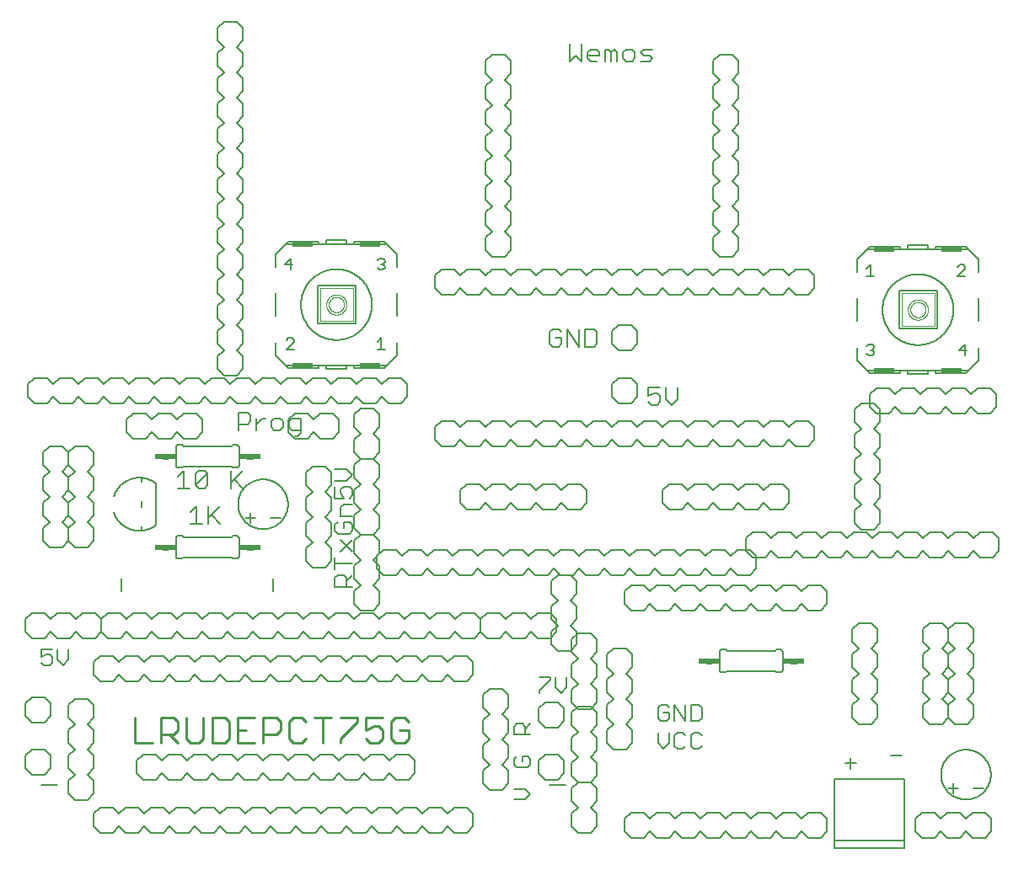
<source format=gbr>
G04 EAGLE Gerber RS-274X export*
G75*
%MOMM*%
%FSLAX34Y34*%
%LPD*%
%INSilkscreen Top*%
%IPPOS*%
%AMOC8*
5,1,8,0,0,1.08239X$1,22.5*%
G01*
%ADD10C,0.203200*%
%ADD11C,0.152400*%
%ADD12C,0.228600*%
%ADD13C,0.609600*%
%ADD14R,0.863600X0.609600*%
%ADD15C,0.050800*%
%ADD16C,0.127000*%
%ADD17R,2.159000X0.508000*%


D10*
X23876Y66050D02*
X39468Y66050D01*
X534416Y66050D02*
X550008Y66050D01*
D11*
X534849Y174512D02*
X524002Y174512D01*
X534849Y174512D02*
X534849Y171800D01*
X524002Y160954D01*
X524002Y158242D01*
X540374Y163665D02*
X540374Y174512D01*
X540374Y163665D02*
X545797Y158242D01*
X551220Y163665D01*
X551220Y174512D01*
D12*
X117983Y133499D02*
X117983Y107823D01*
X135100Y107823D01*
X143710Y107823D02*
X143710Y133499D01*
X156548Y133499D01*
X160827Y129220D01*
X160827Y120661D01*
X156548Y116382D01*
X143710Y116382D01*
X152268Y116382D02*
X160827Y107823D01*
X169437Y112102D02*
X169437Y133499D01*
X169437Y112102D02*
X173716Y107823D01*
X182275Y107823D01*
X186554Y112102D01*
X186554Y133499D01*
X195163Y133499D02*
X195163Y107823D01*
X208001Y107823D01*
X212281Y112102D01*
X212281Y129220D01*
X208001Y133499D01*
X195163Y133499D01*
X220890Y133499D02*
X238007Y133499D01*
X220890Y133499D02*
X220890Y107823D01*
X238007Y107823D01*
X229449Y120661D02*
X220890Y120661D01*
X246617Y107823D02*
X246617Y133499D01*
X259455Y133499D01*
X263734Y129220D01*
X263734Y120661D01*
X259455Y116382D01*
X246617Y116382D01*
X285182Y133499D02*
X289461Y129220D01*
X285182Y133499D02*
X276623Y133499D01*
X272344Y129220D01*
X272344Y112102D01*
X276623Y107823D01*
X285182Y107823D01*
X289461Y112102D01*
X306629Y107823D02*
X306629Y133499D01*
X298070Y133499D02*
X315188Y133499D01*
X323797Y133499D02*
X340915Y133499D01*
X340915Y129220D01*
X323797Y112102D01*
X323797Y107823D01*
X349524Y133499D02*
X366641Y133499D01*
X349524Y133499D02*
X349524Y120661D01*
X358083Y124940D01*
X362362Y124940D01*
X366641Y120661D01*
X366641Y112102D01*
X362362Y107823D01*
X353803Y107823D01*
X349524Y112102D01*
X388089Y133499D02*
X392368Y129220D01*
X388089Y133499D02*
X379530Y133499D01*
X375251Y129220D01*
X375251Y112102D01*
X379530Y107823D01*
X388089Y107823D01*
X392368Y112102D01*
X392368Y120661D01*
X383809Y120661D01*
D11*
X34469Y202452D02*
X23622Y202452D01*
X23622Y194317D01*
X29045Y197029D01*
X31757Y197029D01*
X34469Y194317D01*
X34469Y188894D01*
X31757Y186182D01*
X26334Y186182D01*
X23622Y188894D01*
X39994Y191605D02*
X39994Y202452D01*
X39994Y191605D02*
X45417Y186182D01*
X50840Y191605D01*
X50840Y202452D01*
X498588Y50984D02*
X509435Y50984D01*
X514858Y56407D01*
X509435Y61831D01*
X498588Y61831D01*
X498588Y91862D02*
X501300Y94574D01*
X498588Y91862D02*
X498588Y86439D01*
X501300Y83727D01*
X512146Y83727D01*
X514858Y86439D01*
X514858Y91862D01*
X512146Y94574D01*
X506723Y94574D01*
X506723Y89150D01*
X514858Y116470D02*
X498588Y116470D01*
X498588Y124605D01*
X501300Y127317D01*
X506723Y127317D01*
X509435Y124605D01*
X509435Y116470D01*
X509435Y121894D02*
X514858Y127317D01*
X643382Y118632D02*
X643382Y107785D01*
X648805Y102362D01*
X654229Y107785D01*
X654229Y118632D01*
X667889Y118632D02*
X670600Y115920D01*
X667889Y118632D02*
X662465Y118632D01*
X659754Y115920D01*
X659754Y105074D01*
X662465Y102362D01*
X667889Y102362D01*
X670600Y105074D01*
X684260Y118632D02*
X686972Y115920D01*
X684260Y118632D02*
X678837Y118632D01*
X676125Y115920D01*
X676125Y105074D01*
X678837Y102362D01*
X684260Y102362D01*
X686972Y105074D01*
X654229Y143860D02*
X651517Y146572D01*
X646094Y146572D01*
X643382Y143860D01*
X643382Y133014D01*
X646094Y130302D01*
X651517Y130302D01*
X654229Y133014D01*
X654229Y138437D01*
X648805Y138437D01*
X659754Y130302D02*
X659754Y146572D01*
X670600Y130302D01*
X670600Y146572D01*
X676125Y146572D02*
X676125Y130302D01*
X684260Y130302D01*
X686972Y133014D01*
X686972Y143860D01*
X684260Y146572D01*
X676125Y146572D01*
X546025Y521051D02*
X543060Y524017D01*
X537128Y524017D01*
X534162Y521051D01*
X534162Y509188D01*
X537128Y506222D01*
X543060Y506222D01*
X546025Y509188D01*
X546025Y515120D01*
X540094Y515120D01*
X551937Y524017D02*
X551937Y506222D01*
X563800Y506222D02*
X551937Y524017D01*
X563800Y524017D02*
X563800Y506222D01*
X569712Y506222D02*
X569712Y524017D01*
X569712Y506222D02*
X578609Y506222D01*
X581575Y509188D01*
X581575Y521051D01*
X578609Y524017D01*
X569712Y524017D01*
X633222Y465597D02*
X645085Y465597D01*
X633222Y465597D02*
X633222Y456700D01*
X639154Y459665D01*
X642120Y459665D01*
X645085Y456700D01*
X645085Y450768D01*
X642120Y447802D01*
X636188Y447802D01*
X633222Y450768D01*
X650997Y453734D02*
X650997Y465597D01*
X650997Y453734D02*
X656929Y447802D01*
X662860Y453734D01*
X662860Y465597D01*
X221742Y440197D02*
X221742Y422402D01*
X221742Y440197D02*
X230640Y440197D01*
X233605Y437231D01*
X233605Y431300D01*
X230640Y428334D01*
X221742Y428334D01*
X239517Y422402D02*
X239517Y434265D01*
X239517Y428334D02*
X245449Y434265D01*
X248414Y434265D01*
X257295Y422402D02*
X263227Y422402D01*
X266193Y425368D01*
X266193Y431300D01*
X263227Y434265D01*
X257295Y434265D01*
X254329Y431300D01*
X254329Y425368D01*
X257295Y422402D01*
X278036Y416470D02*
X281002Y416470D01*
X283968Y419436D01*
X283968Y434265D01*
X275070Y434265D01*
X272104Y431300D01*
X272104Y425368D01*
X275070Y422402D01*
X283968Y422402D01*
X318247Y264958D02*
X336042Y264958D01*
X318247Y264958D02*
X318247Y273856D01*
X321213Y276821D01*
X327144Y276821D01*
X330110Y273856D01*
X330110Y264958D01*
X330110Y270890D02*
X336042Y276821D01*
X336042Y288664D02*
X318247Y288664D01*
X318247Y282733D02*
X318247Y294596D01*
X324179Y300508D02*
X336042Y312371D01*
X336042Y300508D02*
X324179Y312371D01*
X318247Y327180D02*
X321213Y330146D01*
X318247Y327180D02*
X318247Y321248D01*
X321213Y318282D01*
X333076Y318282D01*
X336042Y321248D01*
X336042Y327180D01*
X333076Y330146D01*
X327144Y330146D01*
X327144Y324214D01*
X324179Y336057D02*
X336042Y336057D01*
X324179Y336057D02*
X324179Y344955D01*
X327144Y347921D01*
X336042Y347921D01*
X318247Y353832D02*
X318247Y365696D01*
X318247Y353832D02*
X327144Y353832D01*
X324179Y359764D01*
X324179Y362730D01*
X327144Y365696D01*
X333076Y365696D01*
X336042Y362730D01*
X336042Y356798D01*
X333076Y353832D01*
X330110Y371607D02*
X318247Y371607D01*
X330110Y371607D02*
X336042Y377539D01*
X330110Y383470D01*
X318247Y383470D01*
X831342Y87637D02*
X842189Y87637D01*
X836765Y93060D02*
X836765Y82214D01*
X877062Y95257D02*
X887909Y95257D01*
X554482Y793242D02*
X554482Y811037D01*
X560414Y799174D02*
X554482Y793242D01*
X560414Y799174D02*
X566345Y793242D01*
X566345Y811037D01*
X575223Y793242D02*
X581154Y793242D01*
X575223Y793242D02*
X572257Y796208D01*
X572257Y802140D01*
X575223Y805105D01*
X581154Y805105D01*
X584120Y802140D01*
X584120Y799174D01*
X572257Y799174D01*
X590032Y793242D02*
X590032Y805105D01*
X592998Y805105D01*
X595963Y802140D01*
X595963Y793242D01*
X595963Y802140D02*
X598929Y805105D01*
X601895Y802140D01*
X601895Y793242D01*
X610772Y793242D02*
X616704Y793242D01*
X619670Y796208D01*
X619670Y802140D01*
X616704Y805105D01*
X610772Y805105D01*
X607807Y802140D01*
X607807Y796208D01*
X610772Y793242D01*
X625581Y793242D02*
X634479Y793242D01*
X637445Y796208D01*
X634479Y799174D01*
X628547Y799174D01*
X625581Y802140D01*
X628547Y805105D01*
X637445Y805105D01*
X179414Y346217D02*
X173482Y340285D01*
X179414Y346217D02*
X179414Y328422D01*
X185345Y328422D02*
X173482Y328422D01*
X191257Y328422D02*
X191257Y346217D01*
X191257Y334354D02*
X203120Y346217D01*
X194223Y337320D02*
X203120Y328422D01*
X160782Y375845D02*
X166714Y381777D01*
X166714Y363982D01*
X172645Y363982D02*
X160782Y363982D01*
X178557Y366948D02*
X178557Y378811D01*
X181523Y381777D01*
X187454Y381777D01*
X190420Y378811D01*
X190420Y366948D01*
X187454Y363982D01*
X181523Y363982D01*
X178557Y366948D01*
X190420Y378811D01*
X214107Y381777D02*
X214107Y363982D01*
X214107Y369914D02*
X225970Y381777D01*
X217072Y372880D02*
X225970Y363982D01*
D10*
X285750Y170180D02*
X298450Y170180D01*
X285750Y170180D02*
X279400Y176530D01*
X279400Y189230D02*
X285750Y195580D01*
X323850Y170180D02*
X330200Y176530D01*
X323850Y170180D02*
X311150Y170180D01*
X304800Y176530D01*
X304800Y189230D02*
X311150Y195580D01*
X323850Y195580D01*
X330200Y189230D01*
X304800Y176530D02*
X298450Y170180D01*
X304800Y189230D02*
X298450Y195580D01*
X285750Y195580D01*
X361950Y170180D02*
X374650Y170180D01*
X361950Y170180D02*
X355600Y176530D01*
X355600Y189230D02*
X361950Y195580D01*
X355600Y176530D02*
X349250Y170180D01*
X336550Y170180D01*
X330200Y176530D01*
X330200Y189230D02*
X336550Y195580D01*
X349250Y195580D01*
X355600Y189230D01*
X400050Y170180D02*
X406400Y176530D01*
X400050Y170180D02*
X387350Y170180D01*
X381000Y176530D01*
X381000Y189230D02*
X387350Y195580D01*
X400050Y195580D01*
X406400Y189230D01*
X381000Y176530D02*
X374650Y170180D01*
X381000Y189230D02*
X374650Y195580D01*
X361950Y195580D01*
X438150Y170180D02*
X450850Y170180D01*
X438150Y170180D02*
X431800Y176530D01*
X431800Y189230D02*
X438150Y195580D01*
X431800Y176530D02*
X425450Y170180D01*
X412750Y170180D01*
X406400Y176530D01*
X406400Y189230D02*
X412750Y195580D01*
X425450Y195580D01*
X431800Y189230D01*
X457200Y189230D02*
X457200Y176530D01*
X450850Y170180D01*
X457200Y189230D02*
X450850Y195580D01*
X438150Y195580D01*
X120650Y170180D02*
X107950Y170180D01*
X101600Y176530D01*
X101600Y189230D02*
X107950Y195580D01*
X146050Y170180D02*
X152400Y176530D01*
X146050Y170180D02*
X133350Y170180D01*
X127000Y176530D01*
X127000Y189230D02*
X133350Y195580D01*
X146050Y195580D01*
X152400Y189230D01*
X127000Y176530D02*
X120650Y170180D01*
X127000Y189230D02*
X120650Y195580D01*
X107950Y195580D01*
X184150Y170180D02*
X196850Y170180D01*
X184150Y170180D02*
X177800Y176530D01*
X177800Y189230D02*
X184150Y195580D01*
X177800Y176530D02*
X171450Y170180D01*
X158750Y170180D01*
X152400Y176530D01*
X152400Y189230D02*
X158750Y195580D01*
X171450Y195580D01*
X177800Y189230D01*
X222250Y170180D02*
X228600Y176530D01*
X222250Y170180D02*
X209550Y170180D01*
X203200Y176530D01*
X203200Y189230D02*
X209550Y195580D01*
X222250Y195580D01*
X228600Y189230D01*
X203200Y176530D02*
X196850Y170180D01*
X203200Y189230D02*
X196850Y195580D01*
X184150Y195580D01*
X260350Y170180D02*
X273050Y170180D01*
X260350Y170180D02*
X254000Y176530D01*
X254000Y189230D02*
X260350Y195580D01*
X254000Y176530D02*
X247650Y170180D01*
X234950Y170180D01*
X228600Y176530D01*
X228600Y189230D02*
X234950Y195580D01*
X247650Y195580D01*
X254000Y189230D01*
X273050Y170180D02*
X279400Y176530D01*
X279400Y189230D02*
X273050Y195580D01*
X260350Y195580D01*
X101600Y176530D02*
X95250Y170180D01*
X82550Y170180D01*
X76200Y176530D01*
X76200Y189230D01*
X82550Y195580D01*
X95250Y195580D01*
X101600Y189230D01*
X234950Y43180D02*
X247650Y43180D01*
X254000Y36830D01*
X254000Y24130D02*
X247650Y17780D01*
X209550Y43180D02*
X203200Y36830D01*
X209550Y43180D02*
X222250Y43180D01*
X228600Y36830D01*
X228600Y24130D02*
X222250Y17780D01*
X209550Y17780D01*
X203200Y24130D01*
X228600Y36830D02*
X234950Y43180D01*
X228600Y24130D02*
X234950Y17780D01*
X247650Y17780D01*
X171450Y43180D02*
X158750Y43180D01*
X171450Y43180D02*
X177800Y36830D01*
X177800Y24130D02*
X171450Y17780D01*
X177800Y36830D02*
X184150Y43180D01*
X196850Y43180D01*
X203200Y36830D01*
X203200Y24130D02*
X196850Y17780D01*
X184150Y17780D01*
X177800Y24130D01*
X133350Y43180D02*
X127000Y36830D01*
X133350Y43180D02*
X146050Y43180D01*
X152400Y36830D01*
X152400Y24130D02*
X146050Y17780D01*
X133350Y17780D01*
X127000Y24130D01*
X152400Y36830D02*
X158750Y43180D01*
X152400Y24130D02*
X158750Y17780D01*
X171450Y17780D01*
X95250Y43180D02*
X82550Y43180D01*
X95250Y43180D02*
X101600Y36830D01*
X101600Y24130D02*
X95250Y17780D01*
X101600Y36830D02*
X107950Y43180D01*
X120650Y43180D01*
X127000Y36830D01*
X127000Y24130D02*
X120650Y17780D01*
X107950Y17780D01*
X101600Y24130D01*
X76200Y24130D02*
X76200Y36830D01*
X82550Y43180D01*
X76200Y24130D02*
X82550Y17780D01*
X95250Y17780D01*
X412750Y43180D02*
X425450Y43180D01*
X431800Y36830D01*
X431800Y24130D02*
X425450Y17780D01*
X387350Y43180D02*
X381000Y36830D01*
X387350Y43180D02*
X400050Y43180D01*
X406400Y36830D01*
X406400Y24130D02*
X400050Y17780D01*
X387350Y17780D01*
X381000Y24130D01*
X406400Y36830D02*
X412750Y43180D01*
X406400Y24130D02*
X412750Y17780D01*
X425450Y17780D01*
X349250Y43180D02*
X336550Y43180D01*
X349250Y43180D02*
X355600Y36830D01*
X355600Y24130D02*
X349250Y17780D01*
X355600Y36830D02*
X361950Y43180D01*
X374650Y43180D01*
X381000Y36830D01*
X381000Y24130D02*
X374650Y17780D01*
X361950Y17780D01*
X355600Y24130D01*
X311150Y43180D02*
X304800Y36830D01*
X311150Y43180D02*
X323850Y43180D01*
X330200Y36830D01*
X330200Y24130D02*
X323850Y17780D01*
X311150Y17780D01*
X304800Y24130D01*
X330200Y36830D02*
X336550Y43180D01*
X330200Y24130D02*
X336550Y17780D01*
X349250Y17780D01*
X273050Y43180D02*
X260350Y43180D01*
X273050Y43180D02*
X279400Y36830D01*
X279400Y24130D02*
X273050Y17780D01*
X279400Y36830D02*
X285750Y43180D01*
X298450Y43180D01*
X304800Y36830D01*
X304800Y24130D02*
X298450Y17780D01*
X285750Y17780D01*
X279400Y24130D01*
X260350Y43180D02*
X254000Y36830D01*
X254000Y24130D02*
X260350Y17780D01*
X273050Y17780D01*
X431800Y36830D02*
X438150Y43180D01*
X450850Y43180D01*
X457200Y36830D01*
X457200Y24130D01*
X450850Y17780D01*
X438150Y17780D01*
X431800Y24130D01*
X50800Y133350D02*
X50800Y146050D01*
X57150Y152400D01*
X69850Y152400D02*
X76200Y146050D01*
X50800Y107950D02*
X57150Y101600D01*
X50800Y107950D02*
X50800Y120650D01*
X57150Y127000D01*
X69850Y127000D02*
X76200Y120650D01*
X76200Y107950D01*
X69850Y101600D01*
X57150Y127000D02*
X50800Y133350D01*
X69850Y127000D02*
X76200Y133350D01*
X76200Y146050D01*
X50800Y69850D02*
X50800Y57150D01*
X50800Y69850D02*
X57150Y76200D01*
X69850Y76200D02*
X76200Y69850D01*
X57150Y76200D02*
X50800Y82550D01*
X50800Y95250D01*
X57150Y101600D01*
X69850Y101600D02*
X76200Y95250D01*
X76200Y82550D01*
X69850Y76200D01*
X69850Y50800D02*
X57150Y50800D01*
X50800Y57150D01*
X69850Y50800D02*
X76200Y57150D01*
X76200Y69850D01*
X69850Y152400D02*
X57150Y152400D01*
X492760Y80010D02*
X492760Y67310D01*
X486410Y60960D01*
X473710Y60960D02*
X467360Y67310D01*
X492760Y105410D02*
X486410Y111760D01*
X492760Y105410D02*
X492760Y92710D01*
X486410Y86360D01*
X473710Y86360D02*
X467360Y92710D01*
X467360Y105410D01*
X473710Y111760D01*
X486410Y86360D02*
X492760Y80010D01*
X473710Y86360D02*
X467360Y80010D01*
X467360Y67310D01*
X492760Y143510D02*
X492760Y156210D01*
X492760Y143510D02*
X486410Y137160D01*
X473710Y137160D02*
X467360Y143510D01*
X486410Y137160D02*
X492760Y130810D01*
X492760Y118110D01*
X486410Y111760D01*
X473710Y111760D02*
X467360Y118110D01*
X467360Y130810D01*
X473710Y137160D01*
X473710Y162560D02*
X486410Y162560D01*
X492760Y156210D01*
X473710Y162560D02*
X467360Y156210D01*
X467360Y143510D01*
X473710Y60960D02*
X486410Y60960D01*
X548640Y142748D02*
X542290Y149098D01*
X529590Y149098D01*
X523240Y142748D01*
X523240Y130048D01*
X529590Y123698D01*
X542290Y123698D01*
X548640Y130048D01*
X548640Y142748D01*
X542290Y96520D02*
X548640Y90170D01*
X542290Y96520D02*
X529590Y96520D01*
X523240Y90170D01*
X523240Y77470D01*
X529590Y71120D01*
X542290Y71120D01*
X548640Y77470D01*
X548640Y90170D01*
X33020Y147828D02*
X26670Y154178D01*
X13970Y154178D01*
X7620Y147828D01*
X7620Y135128D01*
X13970Y128778D01*
X26670Y128778D01*
X33020Y135128D01*
X33020Y147828D01*
X26670Y101600D02*
X33020Y95250D01*
X26670Y101600D02*
X13970Y101600D01*
X7620Y95250D01*
X7620Y82550D01*
X13970Y76200D01*
X26670Y76200D01*
X33020Y82550D01*
X33020Y95250D01*
X768350Y38100D02*
X781050Y38100D01*
X787400Y31750D01*
X787400Y19050D02*
X781050Y12700D01*
X742950Y38100D02*
X736600Y31750D01*
X742950Y38100D02*
X755650Y38100D01*
X762000Y31750D01*
X762000Y19050D02*
X755650Y12700D01*
X742950Y12700D01*
X736600Y19050D01*
X762000Y31750D02*
X768350Y38100D01*
X762000Y19050D02*
X768350Y12700D01*
X781050Y12700D01*
X704850Y38100D02*
X692150Y38100D01*
X704850Y38100D02*
X711200Y31750D01*
X711200Y19050D02*
X704850Y12700D01*
X711200Y31750D02*
X717550Y38100D01*
X730250Y38100D01*
X736600Y31750D01*
X736600Y19050D02*
X730250Y12700D01*
X717550Y12700D01*
X711200Y19050D01*
X666750Y38100D02*
X660400Y31750D01*
X666750Y38100D02*
X679450Y38100D01*
X685800Y31750D01*
X685800Y19050D02*
X679450Y12700D01*
X666750Y12700D01*
X660400Y19050D01*
X685800Y31750D02*
X692150Y38100D01*
X685800Y19050D02*
X692150Y12700D01*
X704850Y12700D01*
X628650Y38100D02*
X615950Y38100D01*
X628650Y38100D02*
X635000Y31750D01*
X635000Y19050D02*
X628650Y12700D01*
X635000Y31750D02*
X641350Y38100D01*
X654050Y38100D01*
X660400Y31750D01*
X660400Y19050D02*
X654050Y12700D01*
X641350Y12700D01*
X635000Y19050D01*
X609600Y19050D02*
X609600Y31750D01*
X615950Y38100D01*
X609600Y19050D02*
X615950Y12700D01*
X628650Y12700D01*
X793750Y38100D02*
X806450Y38100D01*
X812800Y31750D01*
X812800Y19050D01*
X806450Y12700D01*
X787400Y31750D02*
X793750Y38100D01*
X787400Y19050D02*
X793750Y12700D01*
X806450Y12700D01*
X654050Y241300D02*
X641350Y241300D01*
X635000Y247650D01*
X635000Y260350D02*
X641350Y266700D01*
X679450Y241300D02*
X685800Y247650D01*
X679450Y241300D02*
X666750Y241300D01*
X660400Y247650D01*
X660400Y260350D02*
X666750Y266700D01*
X679450Y266700D01*
X685800Y260350D01*
X660400Y247650D02*
X654050Y241300D01*
X660400Y260350D02*
X654050Y266700D01*
X641350Y266700D01*
X717550Y241300D02*
X730250Y241300D01*
X717550Y241300D02*
X711200Y247650D01*
X711200Y260350D02*
X717550Y266700D01*
X711200Y247650D02*
X704850Y241300D01*
X692150Y241300D01*
X685800Y247650D01*
X685800Y260350D02*
X692150Y266700D01*
X704850Y266700D01*
X711200Y260350D01*
X755650Y241300D02*
X762000Y247650D01*
X755650Y241300D02*
X742950Y241300D01*
X736600Y247650D01*
X736600Y260350D02*
X742950Y266700D01*
X755650Y266700D01*
X762000Y260350D01*
X736600Y247650D02*
X730250Y241300D01*
X736600Y260350D02*
X730250Y266700D01*
X717550Y266700D01*
X793750Y241300D02*
X806450Y241300D01*
X793750Y241300D02*
X787400Y247650D01*
X787400Y260350D02*
X793750Y266700D01*
X787400Y247650D02*
X781050Y241300D01*
X768350Y241300D01*
X762000Y247650D01*
X762000Y260350D02*
X768350Y266700D01*
X781050Y266700D01*
X787400Y260350D01*
X812800Y260350D02*
X812800Y247650D01*
X806450Y241300D01*
X812800Y260350D02*
X806450Y266700D01*
X793750Y266700D01*
X628650Y241300D02*
X615950Y241300D01*
X609600Y247650D01*
X609600Y260350D01*
X615950Y266700D01*
X635000Y247650D02*
X628650Y241300D01*
X635000Y260350D02*
X628650Y266700D01*
X615950Y266700D01*
X591820Y196850D02*
X591820Y184150D01*
X591820Y196850D02*
X598170Y203200D01*
X610870Y203200D02*
X617220Y196850D01*
X591820Y158750D02*
X598170Y152400D01*
X591820Y158750D02*
X591820Y171450D01*
X598170Y177800D01*
X610870Y177800D02*
X617220Y171450D01*
X617220Y158750D01*
X610870Y152400D01*
X598170Y177800D02*
X591820Y184150D01*
X610870Y177800D02*
X617220Y184150D01*
X617220Y196850D01*
X591820Y120650D02*
X591820Y107950D01*
X591820Y120650D02*
X598170Y127000D01*
X610870Y127000D02*
X617220Y120650D01*
X598170Y127000D02*
X591820Y133350D01*
X591820Y146050D01*
X598170Y152400D01*
X610870Y152400D02*
X617220Y146050D01*
X617220Y133350D01*
X610870Y127000D01*
X610870Y101600D02*
X598170Y101600D01*
X591820Y107950D01*
X610870Y101600D02*
X617220Y107950D01*
X617220Y120650D01*
X610870Y203200D02*
X598170Y203200D01*
X838200Y209550D02*
X838200Y222250D01*
X844550Y228600D01*
X857250Y228600D02*
X863600Y222250D01*
X838200Y184150D02*
X844550Y177800D01*
X838200Y184150D02*
X838200Y196850D01*
X844550Y203200D01*
X857250Y203200D02*
X863600Y196850D01*
X863600Y184150D01*
X857250Y177800D01*
X844550Y203200D02*
X838200Y209550D01*
X857250Y203200D02*
X863600Y209550D01*
X863600Y222250D01*
X838200Y146050D02*
X838200Y133350D01*
X838200Y146050D02*
X844550Y152400D01*
X857250Y152400D02*
X863600Y146050D01*
X844550Y152400D02*
X838200Y158750D01*
X838200Y171450D01*
X844550Y177800D01*
X857250Y177800D02*
X863600Y171450D01*
X863600Y158750D01*
X857250Y152400D01*
X857250Y127000D02*
X844550Y127000D01*
X838200Y133350D01*
X857250Y127000D02*
X863600Y133350D01*
X863600Y146050D01*
X857250Y228600D02*
X844550Y228600D01*
D11*
X768350Y181610D02*
X768348Y181510D01*
X768342Y181411D01*
X768332Y181311D01*
X768319Y181213D01*
X768301Y181114D01*
X768280Y181017D01*
X768255Y180921D01*
X768226Y180825D01*
X768193Y180731D01*
X768157Y180638D01*
X768117Y180547D01*
X768073Y180457D01*
X768026Y180369D01*
X767976Y180283D01*
X767922Y180199D01*
X767865Y180117D01*
X767805Y180038D01*
X767741Y179960D01*
X767675Y179886D01*
X767606Y179814D01*
X767534Y179745D01*
X767460Y179679D01*
X767382Y179615D01*
X767303Y179555D01*
X767221Y179498D01*
X767137Y179444D01*
X767051Y179394D01*
X766963Y179347D01*
X766873Y179303D01*
X766782Y179263D01*
X766689Y179227D01*
X766595Y179194D01*
X766499Y179165D01*
X766403Y179140D01*
X766306Y179119D01*
X766207Y179101D01*
X766109Y179088D01*
X766009Y179078D01*
X765910Y179072D01*
X765810Y179070D01*
X768350Y199390D02*
X768348Y199490D01*
X768342Y199589D01*
X768332Y199689D01*
X768319Y199787D01*
X768301Y199886D01*
X768280Y199983D01*
X768255Y200079D01*
X768226Y200175D01*
X768193Y200269D01*
X768157Y200362D01*
X768117Y200453D01*
X768073Y200543D01*
X768026Y200631D01*
X767976Y200717D01*
X767922Y200801D01*
X767865Y200883D01*
X767805Y200962D01*
X767741Y201040D01*
X767675Y201114D01*
X767606Y201186D01*
X767534Y201255D01*
X767460Y201321D01*
X767382Y201385D01*
X767303Y201445D01*
X767221Y201502D01*
X767137Y201556D01*
X767051Y201606D01*
X766963Y201653D01*
X766873Y201697D01*
X766782Y201737D01*
X766689Y201773D01*
X766595Y201806D01*
X766499Y201835D01*
X766403Y201860D01*
X766306Y201881D01*
X766207Y201899D01*
X766109Y201912D01*
X766009Y201922D01*
X765910Y201928D01*
X765810Y201930D01*
X707390Y201930D02*
X707290Y201928D01*
X707191Y201922D01*
X707091Y201912D01*
X706993Y201899D01*
X706894Y201881D01*
X706797Y201860D01*
X706701Y201835D01*
X706605Y201806D01*
X706511Y201773D01*
X706418Y201737D01*
X706327Y201697D01*
X706237Y201653D01*
X706149Y201606D01*
X706063Y201556D01*
X705979Y201502D01*
X705897Y201445D01*
X705818Y201385D01*
X705740Y201321D01*
X705666Y201255D01*
X705594Y201186D01*
X705525Y201114D01*
X705459Y201040D01*
X705395Y200962D01*
X705335Y200883D01*
X705278Y200801D01*
X705224Y200717D01*
X705174Y200631D01*
X705127Y200543D01*
X705083Y200453D01*
X705043Y200362D01*
X705007Y200269D01*
X704974Y200175D01*
X704945Y200079D01*
X704920Y199983D01*
X704899Y199886D01*
X704881Y199787D01*
X704868Y199689D01*
X704858Y199589D01*
X704852Y199490D01*
X704850Y199390D01*
X704850Y181610D02*
X704852Y181510D01*
X704858Y181411D01*
X704868Y181311D01*
X704881Y181213D01*
X704899Y181114D01*
X704920Y181017D01*
X704945Y180921D01*
X704974Y180825D01*
X705007Y180731D01*
X705043Y180638D01*
X705083Y180547D01*
X705127Y180457D01*
X705174Y180369D01*
X705224Y180283D01*
X705278Y180199D01*
X705335Y180117D01*
X705395Y180038D01*
X705459Y179960D01*
X705525Y179886D01*
X705594Y179814D01*
X705666Y179745D01*
X705740Y179679D01*
X705818Y179615D01*
X705897Y179555D01*
X705979Y179498D01*
X706063Y179444D01*
X706149Y179394D01*
X706237Y179347D01*
X706327Y179303D01*
X706418Y179263D01*
X706511Y179227D01*
X706605Y179194D01*
X706701Y179165D01*
X706797Y179140D01*
X706894Y179119D01*
X706993Y179101D01*
X707091Y179088D01*
X707191Y179078D01*
X707290Y179072D01*
X707390Y179070D01*
X768350Y181610D02*
X768350Y199390D01*
X765810Y179070D02*
X762000Y179070D01*
X760730Y180340D01*
X762000Y201930D02*
X765810Y201930D01*
X762000Y201930D02*
X760730Y200660D01*
X712470Y180340D02*
X711200Y179070D01*
X712470Y180340D02*
X760730Y180340D01*
X712470Y200660D02*
X711200Y201930D01*
X712470Y200660D02*
X760730Y200660D01*
X711200Y179070D02*
X707390Y179070D01*
X707390Y201930D02*
X711200Y201930D01*
X704850Y199390D02*
X704850Y181610D01*
D13*
X695960Y190500D02*
X692150Y190500D01*
X777240Y190500D02*
X781050Y190500D01*
D14*
X700532Y190500D03*
X772668Y190500D03*
X687832Y190500D03*
X785368Y190500D03*
D10*
X590550Y431800D02*
X577850Y431800D01*
X590550Y431800D02*
X596900Y425450D01*
X596900Y412750D02*
X590550Y406400D01*
X552450Y431800D02*
X546100Y425450D01*
X552450Y431800D02*
X565150Y431800D01*
X571500Y425450D01*
X571500Y412750D02*
X565150Y406400D01*
X552450Y406400D01*
X546100Y412750D01*
X571500Y425450D02*
X577850Y431800D01*
X571500Y412750D02*
X577850Y406400D01*
X590550Y406400D01*
X514350Y431800D02*
X501650Y431800D01*
X514350Y431800D02*
X520700Y425450D01*
X520700Y412750D02*
X514350Y406400D01*
X520700Y425450D02*
X527050Y431800D01*
X539750Y431800D01*
X546100Y425450D01*
X546100Y412750D02*
X539750Y406400D01*
X527050Y406400D01*
X520700Y412750D01*
X476250Y431800D02*
X469900Y425450D01*
X476250Y431800D02*
X488950Y431800D01*
X495300Y425450D01*
X495300Y412750D02*
X488950Y406400D01*
X476250Y406400D01*
X469900Y412750D01*
X495300Y425450D02*
X501650Y431800D01*
X495300Y412750D02*
X501650Y406400D01*
X514350Y406400D01*
X438150Y431800D02*
X425450Y431800D01*
X438150Y431800D02*
X444500Y425450D01*
X444500Y412750D02*
X438150Y406400D01*
X444500Y425450D02*
X450850Y431800D01*
X463550Y431800D01*
X469900Y425450D01*
X469900Y412750D02*
X463550Y406400D01*
X450850Y406400D01*
X444500Y412750D01*
X419100Y412750D02*
X419100Y425450D01*
X425450Y431800D01*
X419100Y412750D02*
X425450Y406400D01*
X438150Y406400D01*
X755650Y431800D02*
X768350Y431800D01*
X774700Y425450D01*
X774700Y412750D02*
X768350Y406400D01*
X730250Y431800D02*
X723900Y425450D01*
X730250Y431800D02*
X742950Y431800D01*
X749300Y425450D01*
X749300Y412750D02*
X742950Y406400D01*
X730250Y406400D01*
X723900Y412750D01*
X749300Y425450D02*
X755650Y431800D01*
X749300Y412750D02*
X755650Y406400D01*
X768350Y406400D01*
X692150Y431800D02*
X679450Y431800D01*
X692150Y431800D02*
X698500Y425450D01*
X698500Y412750D02*
X692150Y406400D01*
X698500Y425450D02*
X704850Y431800D01*
X717550Y431800D01*
X723900Y425450D01*
X723900Y412750D02*
X717550Y406400D01*
X704850Y406400D01*
X698500Y412750D01*
X654050Y431800D02*
X647700Y425450D01*
X654050Y431800D02*
X666750Y431800D01*
X673100Y425450D01*
X673100Y412750D02*
X666750Y406400D01*
X654050Y406400D01*
X647700Y412750D01*
X673100Y425450D02*
X679450Y431800D01*
X673100Y412750D02*
X679450Y406400D01*
X692150Y406400D01*
X615950Y431800D02*
X603250Y431800D01*
X615950Y431800D02*
X622300Y425450D01*
X622300Y412750D02*
X615950Y406400D01*
X622300Y425450D02*
X628650Y431800D01*
X641350Y431800D01*
X647700Y425450D01*
X647700Y412750D02*
X641350Y406400D01*
X628650Y406400D01*
X622300Y412750D01*
X603250Y431800D02*
X596900Y425450D01*
X596900Y412750D02*
X603250Y406400D01*
X615950Y406400D01*
X774700Y425450D02*
X781050Y431800D01*
X793750Y431800D01*
X800100Y425450D01*
X800100Y412750D01*
X793750Y406400D01*
X781050Y406400D01*
X774700Y412750D01*
X641350Y558800D02*
X628650Y558800D01*
X622300Y565150D01*
X622300Y577850D02*
X628650Y584200D01*
X666750Y558800D02*
X673100Y565150D01*
X666750Y558800D02*
X654050Y558800D01*
X647700Y565150D01*
X647700Y577850D02*
X654050Y584200D01*
X666750Y584200D01*
X673100Y577850D01*
X647700Y565150D02*
X641350Y558800D01*
X647700Y577850D02*
X641350Y584200D01*
X628650Y584200D01*
X704850Y558800D02*
X717550Y558800D01*
X704850Y558800D02*
X698500Y565150D01*
X698500Y577850D02*
X704850Y584200D01*
X698500Y565150D02*
X692150Y558800D01*
X679450Y558800D01*
X673100Y565150D01*
X673100Y577850D02*
X679450Y584200D01*
X692150Y584200D01*
X698500Y577850D01*
X742950Y558800D02*
X749300Y565150D01*
X742950Y558800D02*
X730250Y558800D01*
X723900Y565150D01*
X723900Y577850D02*
X730250Y584200D01*
X742950Y584200D01*
X749300Y577850D01*
X723900Y565150D02*
X717550Y558800D01*
X723900Y577850D02*
X717550Y584200D01*
X704850Y584200D01*
X781050Y558800D02*
X793750Y558800D01*
X781050Y558800D02*
X774700Y565150D01*
X774700Y577850D02*
X781050Y584200D01*
X774700Y565150D02*
X768350Y558800D01*
X755650Y558800D01*
X749300Y565150D01*
X749300Y577850D02*
X755650Y584200D01*
X768350Y584200D01*
X774700Y577850D01*
X800100Y577850D02*
X800100Y565150D01*
X793750Y558800D01*
X800100Y577850D02*
X793750Y584200D01*
X781050Y584200D01*
X463550Y558800D02*
X450850Y558800D01*
X444500Y565150D01*
X444500Y577850D02*
X450850Y584200D01*
X488950Y558800D02*
X495300Y565150D01*
X488950Y558800D02*
X476250Y558800D01*
X469900Y565150D01*
X469900Y577850D02*
X476250Y584200D01*
X488950Y584200D01*
X495300Y577850D01*
X469900Y565150D02*
X463550Y558800D01*
X469900Y577850D02*
X463550Y584200D01*
X450850Y584200D01*
X527050Y558800D02*
X539750Y558800D01*
X527050Y558800D02*
X520700Y565150D01*
X520700Y577850D02*
X527050Y584200D01*
X520700Y565150D02*
X514350Y558800D01*
X501650Y558800D01*
X495300Y565150D01*
X495300Y577850D02*
X501650Y584200D01*
X514350Y584200D01*
X520700Y577850D01*
X565150Y558800D02*
X571500Y565150D01*
X565150Y558800D02*
X552450Y558800D01*
X546100Y565150D01*
X546100Y577850D02*
X552450Y584200D01*
X565150Y584200D01*
X571500Y577850D01*
X546100Y565150D02*
X539750Y558800D01*
X546100Y577850D02*
X539750Y584200D01*
X527050Y584200D01*
X603250Y558800D02*
X615950Y558800D01*
X603250Y558800D02*
X596900Y565150D01*
X596900Y577850D02*
X603250Y584200D01*
X596900Y565150D02*
X590550Y558800D01*
X577850Y558800D01*
X571500Y565150D01*
X571500Y577850D02*
X577850Y584200D01*
X590550Y584200D01*
X596900Y577850D01*
X615950Y558800D02*
X622300Y565150D01*
X622300Y577850D02*
X615950Y584200D01*
X603250Y584200D01*
X444500Y565150D02*
X438150Y558800D01*
X425450Y558800D01*
X419100Y565150D01*
X419100Y577850D01*
X425450Y584200D01*
X438150Y584200D01*
X444500Y577850D01*
X527050Y368300D02*
X539750Y368300D01*
X546100Y361950D01*
X546100Y349250D02*
X539750Y342900D01*
X546100Y361950D02*
X552450Y368300D01*
X565150Y368300D01*
X571500Y361950D01*
X571500Y349250D02*
X565150Y342900D01*
X552450Y342900D01*
X546100Y349250D01*
X501650Y368300D02*
X495300Y361950D01*
X501650Y368300D02*
X514350Y368300D01*
X520700Y361950D01*
X520700Y349250D02*
X514350Y342900D01*
X501650Y342900D01*
X495300Y349250D01*
X520700Y361950D02*
X527050Y368300D01*
X520700Y349250D02*
X527050Y342900D01*
X539750Y342900D01*
X463550Y368300D02*
X450850Y368300D01*
X463550Y368300D02*
X469900Y361950D01*
X469900Y349250D02*
X463550Y342900D01*
X469900Y361950D02*
X476250Y368300D01*
X488950Y368300D01*
X495300Y361950D01*
X495300Y349250D02*
X488950Y342900D01*
X476250Y342900D01*
X469900Y349250D01*
X444500Y349250D02*
X444500Y361950D01*
X450850Y368300D01*
X444500Y349250D02*
X450850Y342900D01*
X463550Y342900D01*
X571500Y349250D02*
X571500Y361950D01*
X730250Y368300D02*
X742950Y368300D01*
X749300Y361950D01*
X749300Y349250D02*
X742950Y342900D01*
X749300Y361950D02*
X755650Y368300D01*
X768350Y368300D01*
X774700Y361950D01*
X774700Y349250D02*
X768350Y342900D01*
X755650Y342900D01*
X749300Y349250D01*
X704850Y368300D02*
X698500Y361950D01*
X704850Y368300D02*
X717550Y368300D01*
X723900Y361950D01*
X723900Y349250D02*
X717550Y342900D01*
X704850Y342900D01*
X698500Y349250D01*
X723900Y361950D02*
X730250Y368300D01*
X723900Y349250D02*
X730250Y342900D01*
X742950Y342900D01*
X666750Y368300D02*
X654050Y368300D01*
X666750Y368300D02*
X673100Y361950D01*
X673100Y349250D02*
X666750Y342900D01*
X673100Y361950D02*
X679450Y368300D01*
X692150Y368300D01*
X698500Y361950D01*
X698500Y349250D02*
X692150Y342900D01*
X679450Y342900D01*
X673100Y349250D01*
X647700Y349250D02*
X647700Y361950D01*
X654050Y368300D01*
X647700Y349250D02*
X654050Y342900D01*
X666750Y342900D01*
X774700Y349250D02*
X774700Y361950D01*
D11*
X339090Y529590D02*
X300990Y529590D01*
X300990Y567690D01*
X339090Y567690D01*
X339090Y529590D01*
D15*
X336550Y532130D02*
X303530Y532130D01*
X303530Y565150D01*
X336550Y565150D01*
X336550Y532130D01*
D11*
X330200Y487680D02*
X330200Y483870D01*
X330200Y487680D02*
X309880Y487680D01*
X309880Y483870D02*
X330200Y483870D01*
X309880Y483870D02*
X309880Y487680D01*
X269240Y487680D02*
X259080Y497840D01*
X269240Y487680D02*
X302260Y487680D01*
X259080Y497840D02*
X259080Y510540D01*
X259080Y537210D02*
X259080Y560070D01*
X259080Y599440D02*
X269240Y609600D01*
X259080Y599440D02*
X259080Y586740D01*
X381000Y560070D02*
X381000Y537210D01*
X381000Y586740D02*
X381000Y599440D01*
X370840Y609600D01*
X337820Y609600D01*
X337820Y487680D02*
X370840Y487680D01*
X381000Y497840D01*
X381000Y510540D01*
X330200Y613410D02*
X309880Y613410D01*
X330200Y613410D02*
X330200Y609600D01*
X309880Y609600D02*
X309880Y613410D01*
X269240Y487680D02*
X271780Y485140D01*
X302260Y485140D01*
X302260Y487680D01*
X309880Y487680D01*
X337820Y487680D02*
X337820Y485140D01*
X337820Y487680D02*
X330200Y487680D01*
X337820Y485140D02*
X368300Y485140D01*
X370840Y487680D01*
X330200Y609600D02*
X309880Y609600D01*
X302260Y609600D01*
X337820Y609600D02*
X337820Y612140D01*
X337820Y609600D02*
X330200Y609600D01*
X337820Y612140D02*
X368300Y612140D01*
X370840Y609600D01*
X302260Y609600D02*
X302260Y612140D01*
X302260Y609600D02*
X269240Y609600D01*
X271780Y612140D02*
X302260Y612140D01*
X271780Y612140D02*
X269240Y609600D01*
X284480Y548640D02*
X284491Y549513D01*
X284523Y550385D01*
X284576Y551256D01*
X284651Y552125D01*
X284747Y552993D01*
X284865Y553858D01*
X285004Y554719D01*
X285163Y555577D01*
X285344Y556431D01*
X285546Y557280D01*
X285768Y558124D01*
X286011Y558963D01*
X286275Y559795D01*
X286559Y560620D01*
X286863Y561438D01*
X287187Y562248D01*
X287531Y563050D01*
X287894Y563844D01*
X288277Y564628D01*
X288679Y565403D01*
X289100Y566167D01*
X289539Y566921D01*
X289997Y567665D01*
X290473Y568396D01*
X290967Y569116D01*
X291478Y569823D01*
X292006Y570518D01*
X292552Y571199D01*
X293114Y571867D01*
X293692Y572521D01*
X294286Y573160D01*
X294895Y573785D01*
X295520Y574394D01*
X296159Y574988D01*
X296813Y575566D01*
X297481Y576128D01*
X298162Y576674D01*
X298857Y577202D01*
X299564Y577713D01*
X300284Y578207D01*
X301015Y578683D01*
X301759Y579141D01*
X302513Y579580D01*
X303277Y580001D01*
X304052Y580403D01*
X304836Y580786D01*
X305630Y581149D01*
X306432Y581493D01*
X307242Y581817D01*
X308060Y582121D01*
X308885Y582405D01*
X309717Y582669D01*
X310556Y582912D01*
X311400Y583134D01*
X312249Y583336D01*
X313103Y583517D01*
X313961Y583676D01*
X314822Y583815D01*
X315687Y583933D01*
X316555Y584029D01*
X317424Y584104D01*
X318295Y584157D01*
X319167Y584189D01*
X320040Y584200D01*
X320913Y584189D01*
X321785Y584157D01*
X322656Y584104D01*
X323525Y584029D01*
X324393Y583933D01*
X325258Y583815D01*
X326119Y583676D01*
X326977Y583517D01*
X327831Y583336D01*
X328680Y583134D01*
X329524Y582912D01*
X330363Y582669D01*
X331195Y582405D01*
X332020Y582121D01*
X332838Y581817D01*
X333648Y581493D01*
X334450Y581149D01*
X335244Y580786D01*
X336028Y580403D01*
X336803Y580001D01*
X337567Y579580D01*
X338321Y579141D01*
X339065Y578683D01*
X339796Y578207D01*
X340516Y577713D01*
X341223Y577202D01*
X341918Y576674D01*
X342599Y576128D01*
X343267Y575566D01*
X343921Y574988D01*
X344560Y574394D01*
X345185Y573785D01*
X345794Y573160D01*
X346388Y572521D01*
X346966Y571867D01*
X347528Y571199D01*
X348074Y570518D01*
X348602Y569823D01*
X349113Y569116D01*
X349607Y568396D01*
X350083Y567665D01*
X350541Y566921D01*
X350980Y566167D01*
X351401Y565403D01*
X351803Y564628D01*
X352186Y563844D01*
X352549Y563050D01*
X352893Y562248D01*
X353217Y561438D01*
X353521Y560620D01*
X353805Y559795D01*
X354069Y558963D01*
X354312Y558124D01*
X354534Y557280D01*
X354736Y556431D01*
X354917Y555577D01*
X355076Y554719D01*
X355215Y553858D01*
X355333Y552993D01*
X355429Y552125D01*
X355504Y551256D01*
X355557Y550385D01*
X355589Y549513D01*
X355600Y548640D01*
X355589Y547767D01*
X355557Y546895D01*
X355504Y546024D01*
X355429Y545155D01*
X355333Y544287D01*
X355215Y543422D01*
X355076Y542561D01*
X354917Y541703D01*
X354736Y540849D01*
X354534Y540000D01*
X354312Y539156D01*
X354069Y538317D01*
X353805Y537485D01*
X353521Y536660D01*
X353217Y535842D01*
X352893Y535032D01*
X352549Y534230D01*
X352186Y533436D01*
X351803Y532652D01*
X351401Y531877D01*
X350980Y531113D01*
X350541Y530359D01*
X350083Y529615D01*
X349607Y528884D01*
X349113Y528164D01*
X348602Y527457D01*
X348074Y526762D01*
X347528Y526081D01*
X346966Y525413D01*
X346388Y524759D01*
X345794Y524120D01*
X345185Y523495D01*
X344560Y522886D01*
X343921Y522292D01*
X343267Y521714D01*
X342599Y521152D01*
X341918Y520606D01*
X341223Y520078D01*
X340516Y519567D01*
X339796Y519073D01*
X339065Y518597D01*
X338321Y518139D01*
X337567Y517700D01*
X336803Y517279D01*
X336028Y516877D01*
X335244Y516494D01*
X334450Y516131D01*
X333648Y515787D01*
X332838Y515463D01*
X332020Y515159D01*
X331195Y514875D01*
X330363Y514611D01*
X329524Y514368D01*
X328680Y514146D01*
X327831Y513944D01*
X326977Y513763D01*
X326119Y513604D01*
X325258Y513465D01*
X324393Y513347D01*
X323525Y513251D01*
X322656Y513176D01*
X321785Y513123D01*
X320913Y513091D01*
X320040Y513080D01*
X319167Y513091D01*
X318295Y513123D01*
X317424Y513176D01*
X316555Y513251D01*
X315687Y513347D01*
X314822Y513465D01*
X313961Y513604D01*
X313103Y513763D01*
X312249Y513944D01*
X311400Y514146D01*
X310556Y514368D01*
X309717Y514611D01*
X308885Y514875D01*
X308060Y515159D01*
X307242Y515463D01*
X306432Y515787D01*
X305630Y516131D01*
X304836Y516494D01*
X304052Y516877D01*
X303277Y517279D01*
X302513Y517700D01*
X301759Y518139D01*
X301015Y518597D01*
X300284Y519073D01*
X299564Y519567D01*
X298857Y520078D01*
X298162Y520606D01*
X297481Y521152D01*
X296813Y521714D01*
X296159Y522292D01*
X295520Y522886D01*
X294895Y523495D01*
X294286Y524120D01*
X293692Y524759D01*
X293114Y525413D01*
X292552Y526081D01*
X292006Y526762D01*
X291478Y527457D01*
X290967Y528164D01*
X290473Y528884D01*
X289997Y529615D01*
X289539Y530359D01*
X289100Y531113D01*
X288679Y531877D01*
X288277Y532652D01*
X287894Y533436D01*
X287531Y534230D01*
X287187Y535032D01*
X286863Y535842D01*
X286559Y536660D01*
X286275Y537485D01*
X286011Y538317D01*
X285768Y539156D01*
X285546Y540000D01*
X285344Y540849D01*
X285163Y541703D01*
X285004Y542561D01*
X284865Y543422D01*
X284747Y544287D01*
X284651Y545155D01*
X284576Y546024D01*
X284523Y546895D01*
X284491Y547767D01*
X284480Y548640D01*
D15*
X309880Y548640D02*
X309883Y548889D01*
X309892Y549139D01*
X309908Y549387D01*
X309929Y549636D01*
X309956Y549884D01*
X309990Y550131D01*
X310030Y550377D01*
X310075Y550622D01*
X310127Y550866D01*
X310184Y551109D01*
X310248Y551350D01*
X310317Y551589D01*
X310393Y551827D01*
X310474Y552063D01*
X310561Y552297D01*
X310653Y552528D01*
X310752Y552757D01*
X310855Y552984D01*
X310965Y553208D01*
X311080Y553429D01*
X311200Y553648D01*
X311325Y553863D01*
X311456Y554076D01*
X311592Y554285D01*
X311733Y554490D01*
X311879Y554692D01*
X312030Y554891D01*
X312186Y555085D01*
X312347Y555276D01*
X312512Y555463D01*
X312682Y555646D01*
X312856Y555824D01*
X313034Y555998D01*
X313217Y556168D01*
X313404Y556333D01*
X313595Y556494D01*
X313789Y556650D01*
X313988Y556801D01*
X314190Y556947D01*
X314395Y557088D01*
X314604Y557224D01*
X314817Y557355D01*
X315032Y557480D01*
X315251Y557600D01*
X315472Y557715D01*
X315696Y557825D01*
X315923Y557928D01*
X316152Y558027D01*
X316383Y558119D01*
X316617Y558206D01*
X316853Y558287D01*
X317091Y558363D01*
X317330Y558432D01*
X317571Y558496D01*
X317814Y558553D01*
X318058Y558605D01*
X318303Y558650D01*
X318549Y558690D01*
X318796Y558724D01*
X319044Y558751D01*
X319293Y558772D01*
X319541Y558788D01*
X319791Y558797D01*
X320040Y558800D01*
X320289Y558797D01*
X320539Y558788D01*
X320787Y558772D01*
X321036Y558751D01*
X321284Y558724D01*
X321531Y558690D01*
X321777Y558650D01*
X322022Y558605D01*
X322266Y558553D01*
X322509Y558496D01*
X322750Y558432D01*
X322989Y558363D01*
X323227Y558287D01*
X323463Y558206D01*
X323697Y558119D01*
X323928Y558027D01*
X324157Y557928D01*
X324384Y557825D01*
X324608Y557715D01*
X324829Y557600D01*
X325048Y557480D01*
X325263Y557355D01*
X325476Y557224D01*
X325685Y557088D01*
X325890Y556947D01*
X326092Y556801D01*
X326291Y556650D01*
X326485Y556494D01*
X326676Y556333D01*
X326863Y556168D01*
X327046Y555998D01*
X327224Y555824D01*
X327398Y555646D01*
X327568Y555463D01*
X327733Y555276D01*
X327894Y555085D01*
X328050Y554891D01*
X328201Y554692D01*
X328347Y554490D01*
X328488Y554285D01*
X328624Y554076D01*
X328755Y553863D01*
X328880Y553648D01*
X329000Y553429D01*
X329115Y553208D01*
X329225Y552984D01*
X329328Y552757D01*
X329427Y552528D01*
X329519Y552297D01*
X329606Y552063D01*
X329687Y551827D01*
X329763Y551589D01*
X329832Y551350D01*
X329896Y551109D01*
X329953Y550866D01*
X330005Y550622D01*
X330050Y550377D01*
X330090Y550131D01*
X330124Y549884D01*
X330151Y549636D01*
X330172Y549387D01*
X330188Y549139D01*
X330197Y548889D01*
X330200Y548640D01*
X330197Y548391D01*
X330188Y548141D01*
X330172Y547893D01*
X330151Y547644D01*
X330124Y547396D01*
X330090Y547149D01*
X330050Y546903D01*
X330005Y546658D01*
X329953Y546414D01*
X329896Y546171D01*
X329832Y545930D01*
X329763Y545691D01*
X329687Y545453D01*
X329606Y545217D01*
X329519Y544983D01*
X329427Y544752D01*
X329328Y544523D01*
X329225Y544296D01*
X329115Y544072D01*
X329000Y543851D01*
X328880Y543632D01*
X328755Y543417D01*
X328624Y543204D01*
X328488Y542995D01*
X328347Y542790D01*
X328201Y542588D01*
X328050Y542389D01*
X327894Y542195D01*
X327733Y542004D01*
X327568Y541817D01*
X327398Y541634D01*
X327224Y541456D01*
X327046Y541282D01*
X326863Y541112D01*
X326676Y540947D01*
X326485Y540786D01*
X326291Y540630D01*
X326092Y540479D01*
X325890Y540333D01*
X325685Y540192D01*
X325476Y540056D01*
X325263Y539925D01*
X325048Y539800D01*
X324829Y539680D01*
X324608Y539565D01*
X324384Y539455D01*
X324157Y539352D01*
X323928Y539253D01*
X323697Y539161D01*
X323463Y539074D01*
X323227Y538993D01*
X322989Y538917D01*
X322750Y538848D01*
X322509Y538784D01*
X322266Y538727D01*
X322022Y538675D01*
X321777Y538630D01*
X321531Y538590D01*
X321284Y538556D01*
X321036Y538529D01*
X320787Y538508D01*
X320539Y538492D01*
X320289Y538483D01*
X320040Y538480D01*
X319791Y538483D01*
X319541Y538492D01*
X319293Y538508D01*
X319044Y538529D01*
X318796Y538556D01*
X318549Y538590D01*
X318303Y538630D01*
X318058Y538675D01*
X317814Y538727D01*
X317571Y538784D01*
X317330Y538848D01*
X317091Y538917D01*
X316853Y538993D01*
X316617Y539074D01*
X316383Y539161D01*
X316152Y539253D01*
X315923Y539352D01*
X315696Y539455D01*
X315472Y539565D01*
X315251Y539680D01*
X315032Y539800D01*
X314817Y539925D01*
X314604Y540056D01*
X314395Y540192D01*
X314190Y540333D01*
X313988Y540479D01*
X313789Y540630D01*
X313595Y540786D01*
X313404Y540947D01*
X313217Y541112D01*
X313034Y541282D01*
X312856Y541456D01*
X312682Y541634D01*
X312512Y541817D01*
X312347Y542004D01*
X312186Y542195D01*
X312030Y542389D01*
X311879Y542588D01*
X311733Y542790D01*
X311592Y542995D01*
X311456Y543204D01*
X311325Y543417D01*
X311200Y543632D01*
X311080Y543851D01*
X310965Y544072D01*
X310855Y544296D01*
X310752Y544523D01*
X310653Y544752D01*
X310561Y544983D01*
X310474Y545217D01*
X310393Y545453D01*
X310317Y545691D01*
X310248Y545930D01*
X310184Y546171D01*
X310127Y546414D01*
X310075Y546658D01*
X310030Y546903D01*
X309990Y547149D01*
X309956Y547396D01*
X309929Y547644D01*
X309908Y547893D01*
X309892Y548141D01*
X309883Y548391D01*
X309880Y548640D01*
X312420Y548640D02*
X312422Y548827D01*
X312429Y549014D01*
X312441Y549201D01*
X312457Y549387D01*
X312477Y549573D01*
X312502Y549758D01*
X312532Y549943D01*
X312566Y550127D01*
X312605Y550310D01*
X312648Y550492D01*
X312696Y550672D01*
X312748Y550852D01*
X312805Y551030D01*
X312865Y551207D01*
X312931Y551382D01*
X313000Y551556D01*
X313074Y551728D01*
X313152Y551898D01*
X313234Y552066D01*
X313320Y552232D01*
X313410Y552396D01*
X313504Y552557D01*
X313602Y552717D01*
X313704Y552873D01*
X313810Y553028D01*
X313920Y553179D01*
X314033Y553328D01*
X314150Y553474D01*
X314270Y553617D01*
X314394Y553757D01*
X314521Y553894D01*
X314652Y554028D01*
X314786Y554159D01*
X314923Y554286D01*
X315063Y554410D01*
X315206Y554530D01*
X315352Y554647D01*
X315501Y554760D01*
X315652Y554870D01*
X315807Y554976D01*
X315963Y555078D01*
X316123Y555176D01*
X316284Y555270D01*
X316448Y555360D01*
X316614Y555446D01*
X316782Y555528D01*
X316952Y555606D01*
X317124Y555680D01*
X317298Y555749D01*
X317473Y555815D01*
X317650Y555875D01*
X317828Y555932D01*
X318008Y555984D01*
X318188Y556032D01*
X318370Y556075D01*
X318553Y556114D01*
X318737Y556148D01*
X318922Y556178D01*
X319107Y556203D01*
X319293Y556223D01*
X319479Y556239D01*
X319666Y556251D01*
X319853Y556258D01*
X320040Y556260D01*
X320227Y556258D01*
X320414Y556251D01*
X320601Y556239D01*
X320787Y556223D01*
X320973Y556203D01*
X321158Y556178D01*
X321343Y556148D01*
X321527Y556114D01*
X321710Y556075D01*
X321892Y556032D01*
X322072Y555984D01*
X322252Y555932D01*
X322430Y555875D01*
X322607Y555815D01*
X322782Y555749D01*
X322956Y555680D01*
X323128Y555606D01*
X323298Y555528D01*
X323466Y555446D01*
X323632Y555360D01*
X323796Y555270D01*
X323957Y555176D01*
X324117Y555078D01*
X324273Y554976D01*
X324428Y554870D01*
X324579Y554760D01*
X324728Y554647D01*
X324874Y554530D01*
X325017Y554410D01*
X325157Y554286D01*
X325294Y554159D01*
X325428Y554028D01*
X325559Y553894D01*
X325686Y553757D01*
X325810Y553617D01*
X325930Y553474D01*
X326047Y553328D01*
X326160Y553179D01*
X326270Y553028D01*
X326376Y552873D01*
X326478Y552717D01*
X326576Y552557D01*
X326670Y552396D01*
X326760Y552232D01*
X326846Y552066D01*
X326928Y551898D01*
X327006Y551728D01*
X327080Y551556D01*
X327149Y551382D01*
X327215Y551207D01*
X327275Y551030D01*
X327332Y550852D01*
X327384Y550672D01*
X327432Y550492D01*
X327475Y550310D01*
X327514Y550127D01*
X327548Y549943D01*
X327578Y549758D01*
X327603Y549573D01*
X327623Y549387D01*
X327639Y549201D01*
X327651Y549014D01*
X327658Y548827D01*
X327660Y548640D01*
X327658Y548453D01*
X327651Y548266D01*
X327639Y548079D01*
X327623Y547893D01*
X327603Y547707D01*
X327578Y547522D01*
X327548Y547337D01*
X327514Y547153D01*
X327475Y546970D01*
X327432Y546788D01*
X327384Y546608D01*
X327332Y546428D01*
X327275Y546250D01*
X327215Y546073D01*
X327149Y545898D01*
X327080Y545724D01*
X327006Y545552D01*
X326928Y545382D01*
X326846Y545214D01*
X326760Y545048D01*
X326670Y544884D01*
X326576Y544723D01*
X326478Y544563D01*
X326376Y544407D01*
X326270Y544252D01*
X326160Y544101D01*
X326047Y543952D01*
X325930Y543806D01*
X325810Y543663D01*
X325686Y543523D01*
X325559Y543386D01*
X325428Y543252D01*
X325294Y543121D01*
X325157Y542994D01*
X325017Y542870D01*
X324874Y542750D01*
X324728Y542633D01*
X324579Y542520D01*
X324428Y542410D01*
X324273Y542304D01*
X324117Y542202D01*
X323957Y542104D01*
X323796Y542010D01*
X323632Y541920D01*
X323466Y541834D01*
X323298Y541752D01*
X323128Y541674D01*
X322956Y541600D01*
X322782Y541531D01*
X322607Y541465D01*
X322430Y541405D01*
X322252Y541348D01*
X322072Y541296D01*
X321892Y541248D01*
X321710Y541205D01*
X321527Y541166D01*
X321343Y541132D01*
X321158Y541102D01*
X320973Y541077D01*
X320787Y541057D01*
X320601Y541041D01*
X320414Y541029D01*
X320227Y541022D01*
X320040Y541020D01*
X319853Y541022D01*
X319666Y541029D01*
X319479Y541041D01*
X319293Y541057D01*
X319107Y541077D01*
X318922Y541102D01*
X318737Y541132D01*
X318553Y541166D01*
X318370Y541205D01*
X318188Y541248D01*
X318008Y541296D01*
X317828Y541348D01*
X317650Y541405D01*
X317473Y541465D01*
X317298Y541531D01*
X317124Y541600D01*
X316952Y541674D01*
X316782Y541752D01*
X316614Y541834D01*
X316448Y541920D01*
X316284Y542010D01*
X316123Y542104D01*
X315963Y542202D01*
X315807Y542304D01*
X315652Y542410D01*
X315501Y542520D01*
X315352Y542633D01*
X315206Y542750D01*
X315063Y542870D01*
X314923Y542994D01*
X314786Y543121D01*
X314652Y543252D01*
X314521Y543386D01*
X314394Y543523D01*
X314270Y543663D01*
X314150Y543806D01*
X314033Y543952D01*
X313920Y544101D01*
X313810Y544252D01*
X313704Y544407D01*
X313602Y544563D01*
X313504Y544723D01*
X313410Y544884D01*
X313320Y545048D01*
X313234Y545214D01*
X313152Y545382D01*
X313074Y545552D01*
X313000Y545724D01*
X312931Y545898D01*
X312865Y546073D01*
X312805Y546250D01*
X312748Y546428D01*
X312696Y546608D01*
X312648Y546788D01*
X312605Y546970D01*
X312566Y547153D01*
X312532Y547337D01*
X312502Y547522D01*
X312477Y547707D01*
X312457Y547893D01*
X312441Y548079D01*
X312429Y548266D01*
X312422Y548453D01*
X312420Y548640D01*
D16*
X361051Y511182D02*
X364864Y514995D01*
X364864Y503555D01*
X361051Y503555D02*
X368678Y503555D01*
X277238Y503555D02*
X269611Y503555D01*
X277238Y511182D01*
X277238Y513088D01*
X275331Y514995D01*
X271518Y514995D01*
X269611Y513088D01*
X361051Y593098D02*
X362958Y595005D01*
X366771Y595005D01*
X368678Y593098D01*
X368678Y591192D01*
X366771Y589285D01*
X364864Y589285D01*
X366771Y589285D02*
X368678Y587378D01*
X368678Y585472D01*
X366771Y583565D01*
X362958Y583565D01*
X361051Y585472D01*
X274061Y583565D02*
X274061Y595005D01*
X268341Y589285D01*
X275968Y589285D01*
D17*
X286385Y487680D03*
X353695Y487680D03*
X286385Y609600D03*
X353695Y609600D03*
D11*
X885190Y562610D02*
X923290Y562610D01*
X923290Y524510D01*
X885190Y524510D01*
X885190Y562610D01*
D15*
X887730Y560070D02*
X920750Y560070D01*
X920750Y527050D01*
X887730Y527050D01*
X887730Y560070D01*
D11*
X894080Y604520D02*
X894080Y608330D01*
X894080Y604520D02*
X914400Y604520D01*
X914400Y608330D02*
X894080Y608330D01*
X914400Y608330D02*
X914400Y604520D01*
X955040Y604520D02*
X965200Y594360D01*
X955040Y604520D02*
X922020Y604520D01*
X965200Y594360D02*
X965200Y581660D01*
X965200Y554990D02*
X965200Y532130D01*
X965200Y492760D02*
X955040Y482600D01*
X965200Y492760D02*
X965200Y505460D01*
X843280Y532130D02*
X843280Y554990D01*
X843280Y505460D02*
X843280Y492760D01*
X853440Y482600D01*
X886460Y482600D01*
X886460Y604520D02*
X853440Y604520D01*
X843280Y594360D01*
X843280Y581660D01*
X894080Y478790D02*
X914400Y478790D01*
X894080Y478790D02*
X894080Y482600D01*
X914400Y482600D02*
X914400Y478790D01*
X955040Y604520D02*
X952500Y607060D01*
X922020Y607060D01*
X922020Y604520D01*
X914400Y604520D01*
X886460Y604520D02*
X886460Y607060D01*
X886460Y604520D02*
X894080Y604520D01*
X886460Y607060D02*
X855980Y607060D01*
X853440Y604520D01*
X894080Y482600D02*
X914400Y482600D01*
X922020Y482600D01*
X886460Y482600D02*
X886460Y480060D01*
X886460Y482600D02*
X894080Y482600D01*
X886460Y480060D02*
X855980Y480060D01*
X853440Y482600D01*
X922020Y482600D02*
X922020Y480060D01*
X922020Y482600D02*
X955040Y482600D01*
X952500Y480060D02*
X922020Y480060D01*
X952500Y480060D02*
X955040Y482600D01*
X868680Y543560D02*
X868691Y544433D01*
X868723Y545305D01*
X868776Y546176D01*
X868851Y547045D01*
X868947Y547913D01*
X869065Y548778D01*
X869204Y549639D01*
X869363Y550497D01*
X869544Y551351D01*
X869746Y552200D01*
X869968Y553044D01*
X870211Y553883D01*
X870475Y554715D01*
X870759Y555540D01*
X871063Y556358D01*
X871387Y557168D01*
X871731Y557970D01*
X872094Y558764D01*
X872477Y559548D01*
X872879Y560323D01*
X873300Y561087D01*
X873739Y561841D01*
X874197Y562585D01*
X874673Y563316D01*
X875167Y564036D01*
X875678Y564743D01*
X876206Y565438D01*
X876752Y566119D01*
X877314Y566787D01*
X877892Y567441D01*
X878486Y568080D01*
X879095Y568705D01*
X879720Y569314D01*
X880359Y569908D01*
X881013Y570486D01*
X881681Y571048D01*
X882362Y571594D01*
X883057Y572122D01*
X883764Y572633D01*
X884484Y573127D01*
X885215Y573603D01*
X885959Y574061D01*
X886713Y574500D01*
X887477Y574921D01*
X888252Y575323D01*
X889036Y575706D01*
X889830Y576069D01*
X890632Y576413D01*
X891442Y576737D01*
X892260Y577041D01*
X893085Y577325D01*
X893917Y577589D01*
X894756Y577832D01*
X895600Y578054D01*
X896449Y578256D01*
X897303Y578437D01*
X898161Y578596D01*
X899022Y578735D01*
X899887Y578853D01*
X900755Y578949D01*
X901624Y579024D01*
X902495Y579077D01*
X903367Y579109D01*
X904240Y579120D01*
X905113Y579109D01*
X905985Y579077D01*
X906856Y579024D01*
X907725Y578949D01*
X908593Y578853D01*
X909458Y578735D01*
X910319Y578596D01*
X911177Y578437D01*
X912031Y578256D01*
X912880Y578054D01*
X913724Y577832D01*
X914563Y577589D01*
X915395Y577325D01*
X916220Y577041D01*
X917038Y576737D01*
X917848Y576413D01*
X918650Y576069D01*
X919444Y575706D01*
X920228Y575323D01*
X921003Y574921D01*
X921767Y574500D01*
X922521Y574061D01*
X923265Y573603D01*
X923996Y573127D01*
X924716Y572633D01*
X925423Y572122D01*
X926118Y571594D01*
X926799Y571048D01*
X927467Y570486D01*
X928121Y569908D01*
X928760Y569314D01*
X929385Y568705D01*
X929994Y568080D01*
X930588Y567441D01*
X931166Y566787D01*
X931728Y566119D01*
X932274Y565438D01*
X932802Y564743D01*
X933313Y564036D01*
X933807Y563316D01*
X934283Y562585D01*
X934741Y561841D01*
X935180Y561087D01*
X935601Y560323D01*
X936003Y559548D01*
X936386Y558764D01*
X936749Y557970D01*
X937093Y557168D01*
X937417Y556358D01*
X937721Y555540D01*
X938005Y554715D01*
X938269Y553883D01*
X938512Y553044D01*
X938734Y552200D01*
X938936Y551351D01*
X939117Y550497D01*
X939276Y549639D01*
X939415Y548778D01*
X939533Y547913D01*
X939629Y547045D01*
X939704Y546176D01*
X939757Y545305D01*
X939789Y544433D01*
X939800Y543560D01*
X939789Y542687D01*
X939757Y541815D01*
X939704Y540944D01*
X939629Y540075D01*
X939533Y539207D01*
X939415Y538342D01*
X939276Y537481D01*
X939117Y536623D01*
X938936Y535769D01*
X938734Y534920D01*
X938512Y534076D01*
X938269Y533237D01*
X938005Y532405D01*
X937721Y531580D01*
X937417Y530762D01*
X937093Y529952D01*
X936749Y529150D01*
X936386Y528356D01*
X936003Y527572D01*
X935601Y526797D01*
X935180Y526033D01*
X934741Y525279D01*
X934283Y524535D01*
X933807Y523804D01*
X933313Y523084D01*
X932802Y522377D01*
X932274Y521682D01*
X931728Y521001D01*
X931166Y520333D01*
X930588Y519679D01*
X929994Y519040D01*
X929385Y518415D01*
X928760Y517806D01*
X928121Y517212D01*
X927467Y516634D01*
X926799Y516072D01*
X926118Y515526D01*
X925423Y514998D01*
X924716Y514487D01*
X923996Y513993D01*
X923265Y513517D01*
X922521Y513059D01*
X921767Y512620D01*
X921003Y512199D01*
X920228Y511797D01*
X919444Y511414D01*
X918650Y511051D01*
X917848Y510707D01*
X917038Y510383D01*
X916220Y510079D01*
X915395Y509795D01*
X914563Y509531D01*
X913724Y509288D01*
X912880Y509066D01*
X912031Y508864D01*
X911177Y508683D01*
X910319Y508524D01*
X909458Y508385D01*
X908593Y508267D01*
X907725Y508171D01*
X906856Y508096D01*
X905985Y508043D01*
X905113Y508011D01*
X904240Y508000D01*
X903367Y508011D01*
X902495Y508043D01*
X901624Y508096D01*
X900755Y508171D01*
X899887Y508267D01*
X899022Y508385D01*
X898161Y508524D01*
X897303Y508683D01*
X896449Y508864D01*
X895600Y509066D01*
X894756Y509288D01*
X893917Y509531D01*
X893085Y509795D01*
X892260Y510079D01*
X891442Y510383D01*
X890632Y510707D01*
X889830Y511051D01*
X889036Y511414D01*
X888252Y511797D01*
X887477Y512199D01*
X886713Y512620D01*
X885959Y513059D01*
X885215Y513517D01*
X884484Y513993D01*
X883764Y514487D01*
X883057Y514998D01*
X882362Y515526D01*
X881681Y516072D01*
X881013Y516634D01*
X880359Y517212D01*
X879720Y517806D01*
X879095Y518415D01*
X878486Y519040D01*
X877892Y519679D01*
X877314Y520333D01*
X876752Y521001D01*
X876206Y521682D01*
X875678Y522377D01*
X875167Y523084D01*
X874673Y523804D01*
X874197Y524535D01*
X873739Y525279D01*
X873300Y526033D01*
X872879Y526797D01*
X872477Y527572D01*
X872094Y528356D01*
X871731Y529150D01*
X871387Y529952D01*
X871063Y530762D01*
X870759Y531580D01*
X870475Y532405D01*
X870211Y533237D01*
X869968Y534076D01*
X869746Y534920D01*
X869544Y535769D01*
X869363Y536623D01*
X869204Y537481D01*
X869065Y538342D01*
X868947Y539207D01*
X868851Y540075D01*
X868776Y540944D01*
X868723Y541815D01*
X868691Y542687D01*
X868680Y543560D01*
D15*
X894080Y543560D02*
X894083Y543809D01*
X894092Y544059D01*
X894108Y544307D01*
X894129Y544556D01*
X894156Y544804D01*
X894190Y545051D01*
X894230Y545297D01*
X894275Y545542D01*
X894327Y545786D01*
X894384Y546029D01*
X894448Y546270D01*
X894517Y546509D01*
X894593Y546747D01*
X894674Y546983D01*
X894761Y547217D01*
X894853Y547448D01*
X894952Y547677D01*
X895055Y547904D01*
X895165Y548128D01*
X895280Y548349D01*
X895400Y548568D01*
X895525Y548783D01*
X895656Y548996D01*
X895792Y549205D01*
X895933Y549410D01*
X896079Y549612D01*
X896230Y549811D01*
X896386Y550005D01*
X896547Y550196D01*
X896712Y550383D01*
X896882Y550566D01*
X897056Y550744D01*
X897234Y550918D01*
X897417Y551088D01*
X897604Y551253D01*
X897795Y551414D01*
X897989Y551570D01*
X898188Y551721D01*
X898390Y551867D01*
X898595Y552008D01*
X898804Y552144D01*
X899017Y552275D01*
X899232Y552400D01*
X899451Y552520D01*
X899672Y552635D01*
X899896Y552745D01*
X900123Y552848D01*
X900352Y552947D01*
X900583Y553039D01*
X900817Y553126D01*
X901053Y553207D01*
X901291Y553283D01*
X901530Y553352D01*
X901771Y553416D01*
X902014Y553473D01*
X902258Y553525D01*
X902503Y553570D01*
X902749Y553610D01*
X902996Y553644D01*
X903244Y553671D01*
X903493Y553692D01*
X903741Y553708D01*
X903991Y553717D01*
X904240Y553720D01*
X904489Y553717D01*
X904739Y553708D01*
X904987Y553692D01*
X905236Y553671D01*
X905484Y553644D01*
X905731Y553610D01*
X905977Y553570D01*
X906222Y553525D01*
X906466Y553473D01*
X906709Y553416D01*
X906950Y553352D01*
X907189Y553283D01*
X907427Y553207D01*
X907663Y553126D01*
X907897Y553039D01*
X908128Y552947D01*
X908357Y552848D01*
X908584Y552745D01*
X908808Y552635D01*
X909029Y552520D01*
X909248Y552400D01*
X909463Y552275D01*
X909676Y552144D01*
X909885Y552008D01*
X910090Y551867D01*
X910292Y551721D01*
X910491Y551570D01*
X910685Y551414D01*
X910876Y551253D01*
X911063Y551088D01*
X911246Y550918D01*
X911424Y550744D01*
X911598Y550566D01*
X911768Y550383D01*
X911933Y550196D01*
X912094Y550005D01*
X912250Y549811D01*
X912401Y549612D01*
X912547Y549410D01*
X912688Y549205D01*
X912824Y548996D01*
X912955Y548783D01*
X913080Y548568D01*
X913200Y548349D01*
X913315Y548128D01*
X913425Y547904D01*
X913528Y547677D01*
X913627Y547448D01*
X913719Y547217D01*
X913806Y546983D01*
X913887Y546747D01*
X913963Y546509D01*
X914032Y546270D01*
X914096Y546029D01*
X914153Y545786D01*
X914205Y545542D01*
X914250Y545297D01*
X914290Y545051D01*
X914324Y544804D01*
X914351Y544556D01*
X914372Y544307D01*
X914388Y544059D01*
X914397Y543809D01*
X914400Y543560D01*
X914397Y543311D01*
X914388Y543061D01*
X914372Y542813D01*
X914351Y542564D01*
X914324Y542316D01*
X914290Y542069D01*
X914250Y541823D01*
X914205Y541578D01*
X914153Y541334D01*
X914096Y541091D01*
X914032Y540850D01*
X913963Y540611D01*
X913887Y540373D01*
X913806Y540137D01*
X913719Y539903D01*
X913627Y539672D01*
X913528Y539443D01*
X913425Y539216D01*
X913315Y538992D01*
X913200Y538771D01*
X913080Y538552D01*
X912955Y538337D01*
X912824Y538124D01*
X912688Y537915D01*
X912547Y537710D01*
X912401Y537508D01*
X912250Y537309D01*
X912094Y537115D01*
X911933Y536924D01*
X911768Y536737D01*
X911598Y536554D01*
X911424Y536376D01*
X911246Y536202D01*
X911063Y536032D01*
X910876Y535867D01*
X910685Y535706D01*
X910491Y535550D01*
X910292Y535399D01*
X910090Y535253D01*
X909885Y535112D01*
X909676Y534976D01*
X909463Y534845D01*
X909248Y534720D01*
X909029Y534600D01*
X908808Y534485D01*
X908584Y534375D01*
X908357Y534272D01*
X908128Y534173D01*
X907897Y534081D01*
X907663Y533994D01*
X907427Y533913D01*
X907189Y533837D01*
X906950Y533768D01*
X906709Y533704D01*
X906466Y533647D01*
X906222Y533595D01*
X905977Y533550D01*
X905731Y533510D01*
X905484Y533476D01*
X905236Y533449D01*
X904987Y533428D01*
X904739Y533412D01*
X904489Y533403D01*
X904240Y533400D01*
X903991Y533403D01*
X903741Y533412D01*
X903493Y533428D01*
X903244Y533449D01*
X902996Y533476D01*
X902749Y533510D01*
X902503Y533550D01*
X902258Y533595D01*
X902014Y533647D01*
X901771Y533704D01*
X901530Y533768D01*
X901291Y533837D01*
X901053Y533913D01*
X900817Y533994D01*
X900583Y534081D01*
X900352Y534173D01*
X900123Y534272D01*
X899896Y534375D01*
X899672Y534485D01*
X899451Y534600D01*
X899232Y534720D01*
X899017Y534845D01*
X898804Y534976D01*
X898595Y535112D01*
X898390Y535253D01*
X898188Y535399D01*
X897989Y535550D01*
X897795Y535706D01*
X897604Y535867D01*
X897417Y536032D01*
X897234Y536202D01*
X897056Y536376D01*
X896882Y536554D01*
X896712Y536737D01*
X896547Y536924D01*
X896386Y537115D01*
X896230Y537309D01*
X896079Y537508D01*
X895933Y537710D01*
X895792Y537915D01*
X895656Y538124D01*
X895525Y538337D01*
X895400Y538552D01*
X895280Y538771D01*
X895165Y538992D01*
X895055Y539216D01*
X894952Y539443D01*
X894853Y539672D01*
X894761Y539903D01*
X894674Y540137D01*
X894593Y540373D01*
X894517Y540611D01*
X894448Y540850D01*
X894384Y541091D01*
X894327Y541334D01*
X894275Y541578D01*
X894230Y541823D01*
X894190Y542069D01*
X894156Y542316D01*
X894129Y542564D01*
X894108Y542813D01*
X894092Y543061D01*
X894083Y543311D01*
X894080Y543560D01*
X896620Y543560D02*
X896622Y543747D01*
X896629Y543934D01*
X896641Y544121D01*
X896657Y544307D01*
X896677Y544493D01*
X896702Y544678D01*
X896732Y544863D01*
X896766Y545047D01*
X896805Y545230D01*
X896848Y545412D01*
X896896Y545592D01*
X896948Y545772D01*
X897005Y545950D01*
X897065Y546127D01*
X897131Y546302D01*
X897200Y546476D01*
X897274Y546648D01*
X897352Y546818D01*
X897434Y546986D01*
X897520Y547152D01*
X897610Y547316D01*
X897704Y547477D01*
X897802Y547637D01*
X897904Y547793D01*
X898010Y547948D01*
X898120Y548099D01*
X898233Y548248D01*
X898350Y548394D01*
X898470Y548537D01*
X898594Y548677D01*
X898721Y548814D01*
X898852Y548948D01*
X898986Y549079D01*
X899123Y549206D01*
X899263Y549330D01*
X899406Y549450D01*
X899552Y549567D01*
X899701Y549680D01*
X899852Y549790D01*
X900007Y549896D01*
X900163Y549998D01*
X900323Y550096D01*
X900484Y550190D01*
X900648Y550280D01*
X900814Y550366D01*
X900982Y550448D01*
X901152Y550526D01*
X901324Y550600D01*
X901498Y550669D01*
X901673Y550735D01*
X901850Y550795D01*
X902028Y550852D01*
X902208Y550904D01*
X902388Y550952D01*
X902570Y550995D01*
X902753Y551034D01*
X902937Y551068D01*
X903122Y551098D01*
X903307Y551123D01*
X903493Y551143D01*
X903679Y551159D01*
X903866Y551171D01*
X904053Y551178D01*
X904240Y551180D01*
X904427Y551178D01*
X904614Y551171D01*
X904801Y551159D01*
X904987Y551143D01*
X905173Y551123D01*
X905358Y551098D01*
X905543Y551068D01*
X905727Y551034D01*
X905910Y550995D01*
X906092Y550952D01*
X906272Y550904D01*
X906452Y550852D01*
X906630Y550795D01*
X906807Y550735D01*
X906982Y550669D01*
X907156Y550600D01*
X907328Y550526D01*
X907498Y550448D01*
X907666Y550366D01*
X907832Y550280D01*
X907996Y550190D01*
X908157Y550096D01*
X908317Y549998D01*
X908473Y549896D01*
X908628Y549790D01*
X908779Y549680D01*
X908928Y549567D01*
X909074Y549450D01*
X909217Y549330D01*
X909357Y549206D01*
X909494Y549079D01*
X909628Y548948D01*
X909759Y548814D01*
X909886Y548677D01*
X910010Y548537D01*
X910130Y548394D01*
X910247Y548248D01*
X910360Y548099D01*
X910470Y547948D01*
X910576Y547793D01*
X910678Y547637D01*
X910776Y547477D01*
X910870Y547316D01*
X910960Y547152D01*
X911046Y546986D01*
X911128Y546818D01*
X911206Y546648D01*
X911280Y546476D01*
X911349Y546302D01*
X911415Y546127D01*
X911475Y545950D01*
X911532Y545772D01*
X911584Y545592D01*
X911632Y545412D01*
X911675Y545230D01*
X911714Y545047D01*
X911748Y544863D01*
X911778Y544678D01*
X911803Y544493D01*
X911823Y544307D01*
X911839Y544121D01*
X911851Y543934D01*
X911858Y543747D01*
X911860Y543560D01*
X911858Y543373D01*
X911851Y543186D01*
X911839Y542999D01*
X911823Y542813D01*
X911803Y542627D01*
X911778Y542442D01*
X911748Y542257D01*
X911714Y542073D01*
X911675Y541890D01*
X911632Y541708D01*
X911584Y541528D01*
X911532Y541348D01*
X911475Y541170D01*
X911415Y540993D01*
X911349Y540818D01*
X911280Y540644D01*
X911206Y540472D01*
X911128Y540302D01*
X911046Y540134D01*
X910960Y539968D01*
X910870Y539804D01*
X910776Y539643D01*
X910678Y539483D01*
X910576Y539327D01*
X910470Y539172D01*
X910360Y539021D01*
X910247Y538872D01*
X910130Y538726D01*
X910010Y538583D01*
X909886Y538443D01*
X909759Y538306D01*
X909628Y538172D01*
X909494Y538041D01*
X909357Y537914D01*
X909217Y537790D01*
X909074Y537670D01*
X908928Y537553D01*
X908779Y537440D01*
X908628Y537330D01*
X908473Y537224D01*
X908317Y537122D01*
X908157Y537024D01*
X907996Y536930D01*
X907832Y536840D01*
X907666Y536754D01*
X907498Y536672D01*
X907328Y536594D01*
X907156Y536520D01*
X906982Y536451D01*
X906807Y536385D01*
X906630Y536325D01*
X906452Y536268D01*
X906272Y536216D01*
X906092Y536168D01*
X905910Y536125D01*
X905727Y536086D01*
X905543Y536052D01*
X905358Y536022D01*
X905173Y535997D01*
X904987Y535977D01*
X904801Y535961D01*
X904614Y535949D01*
X904427Y535942D01*
X904240Y535940D01*
X904053Y535942D01*
X903866Y535949D01*
X903679Y535961D01*
X903493Y535977D01*
X903307Y535997D01*
X903122Y536022D01*
X902937Y536052D01*
X902753Y536086D01*
X902570Y536125D01*
X902388Y536168D01*
X902208Y536216D01*
X902028Y536268D01*
X901850Y536325D01*
X901673Y536385D01*
X901498Y536451D01*
X901324Y536520D01*
X901152Y536594D01*
X900982Y536672D01*
X900814Y536754D01*
X900648Y536840D01*
X900484Y536930D01*
X900323Y537024D01*
X900163Y537122D01*
X900007Y537224D01*
X899852Y537330D01*
X899701Y537440D01*
X899552Y537553D01*
X899406Y537670D01*
X899263Y537790D01*
X899123Y537914D01*
X898986Y538041D01*
X898852Y538172D01*
X898721Y538306D01*
X898594Y538443D01*
X898470Y538583D01*
X898350Y538726D01*
X898233Y538872D01*
X898120Y539021D01*
X898010Y539172D01*
X897904Y539327D01*
X897802Y539483D01*
X897704Y539643D01*
X897610Y539804D01*
X897520Y539968D01*
X897434Y540134D01*
X897352Y540302D01*
X897274Y540472D01*
X897200Y540644D01*
X897131Y540818D01*
X897065Y540993D01*
X897005Y541170D01*
X896948Y541348D01*
X896896Y541528D01*
X896848Y541708D01*
X896805Y541890D01*
X896766Y542073D01*
X896732Y542257D01*
X896702Y542442D01*
X896677Y542627D01*
X896657Y542813D01*
X896641Y542999D01*
X896629Y543186D01*
X896622Y543373D01*
X896620Y543560D01*
D16*
X852805Y584842D02*
X856618Y588655D01*
X856618Y577215D01*
X852805Y577215D02*
X860432Y577215D01*
X944245Y577215D02*
X951872Y577215D01*
X944245Y577215D02*
X951872Y584842D01*
X951872Y586748D01*
X949965Y588655D01*
X946152Y588655D01*
X944245Y586748D01*
X854712Y508645D02*
X852805Y506738D01*
X854712Y508645D02*
X858525Y508645D01*
X860432Y506738D01*
X860432Y504832D01*
X858525Y502925D01*
X856618Y502925D01*
X858525Y502925D02*
X860432Y501018D01*
X860432Y499112D01*
X858525Y497205D01*
X854712Y497205D01*
X852805Y499112D01*
X951235Y497205D02*
X951235Y508645D01*
X945515Y502925D01*
X953142Y502925D01*
D17*
X937895Y604520D03*
X870585Y604520D03*
X937895Y482600D03*
X870585Y482600D03*
D10*
X50800Y400050D02*
X50800Y387350D01*
X50800Y400050D02*
X57150Y406400D01*
X69850Y406400D02*
X76200Y400050D01*
X50800Y361950D02*
X57150Y355600D01*
X50800Y361950D02*
X50800Y374650D01*
X57150Y381000D01*
X69850Y381000D02*
X76200Y374650D01*
X76200Y361950D01*
X69850Y355600D01*
X57150Y381000D02*
X50800Y387350D01*
X69850Y381000D02*
X76200Y387350D01*
X76200Y400050D01*
X50800Y323850D02*
X50800Y311150D01*
X50800Y323850D02*
X57150Y330200D01*
X69850Y330200D02*
X76200Y323850D01*
X57150Y330200D02*
X50800Y336550D01*
X50800Y349250D01*
X57150Y355600D01*
X69850Y355600D02*
X76200Y349250D01*
X76200Y336550D01*
X69850Y330200D01*
X69850Y304800D02*
X57150Y304800D01*
X50800Y311150D01*
X69850Y304800D02*
X76200Y311150D01*
X76200Y323850D01*
X69850Y406400D02*
X57150Y406400D01*
X50800Y323850D02*
X50800Y311150D01*
X44450Y304800D01*
X31750Y304800D02*
X25400Y311150D01*
X50800Y349250D02*
X44450Y355600D01*
X50800Y349250D02*
X50800Y336550D01*
X44450Y330200D01*
X31750Y330200D02*
X25400Y336550D01*
X25400Y349250D01*
X31750Y355600D01*
X44450Y330200D02*
X50800Y323850D01*
X31750Y330200D02*
X25400Y323850D01*
X25400Y311150D01*
X50800Y387350D02*
X50800Y400050D01*
X50800Y387350D02*
X44450Y381000D01*
X31750Y381000D02*
X25400Y387350D01*
X44450Y381000D02*
X50800Y374650D01*
X50800Y361950D01*
X44450Y355600D01*
X31750Y355600D02*
X25400Y361950D01*
X25400Y374650D01*
X31750Y381000D01*
X31750Y406400D02*
X44450Y406400D01*
X50800Y400050D01*
X31750Y406400D02*
X25400Y400050D01*
X25400Y387350D01*
X31750Y304800D02*
X44450Y304800D01*
X128270Y414020D02*
X134620Y420370D01*
X128270Y414020D02*
X115570Y414020D01*
X109220Y420370D01*
X109220Y433070D02*
X115570Y439420D01*
X128270Y439420D01*
X134620Y433070D01*
X166370Y414020D02*
X179070Y414020D01*
X166370Y414020D02*
X160020Y420370D01*
X160020Y433070D02*
X166370Y439420D01*
X160020Y420370D02*
X153670Y414020D01*
X140970Y414020D01*
X134620Y420370D01*
X134620Y433070D02*
X140970Y439420D01*
X153670Y439420D01*
X160020Y433070D01*
X185420Y433070D02*
X185420Y420370D01*
X179070Y414020D01*
X185420Y433070D02*
X179070Y439420D01*
X166370Y439420D01*
X109220Y433070D02*
X109220Y420370D01*
X314960Y303530D02*
X314960Y290830D01*
X308610Y284480D01*
X295910Y284480D02*
X289560Y290830D01*
X314960Y328930D02*
X308610Y335280D01*
X314960Y328930D02*
X314960Y316230D01*
X308610Y309880D01*
X295910Y309880D02*
X289560Y316230D01*
X289560Y328930D01*
X295910Y335280D01*
X308610Y309880D02*
X314960Y303530D01*
X295910Y309880D02*
X289560Y303530D01*
X289560Y290830D01*
X314960Y367030D02*
X314960Y379730D01*
X314960Y367030D02*
X308610Y360680D01*
X295910Y360680D02*
X289560Y367030D01*
X308610Y360680D02*
X314960Y354330D01*
X314960Y341630D01*
X308610Y335280D01*
X295910Y335280D02*
X289560Y341630D01*
X289560Y354330D01*
X295910Y360680D01*
X295910Y386080D02*
X308610Y386080D01*
X314960Y379730D01*
X295910Y386080D02*
X289560Y379730D01*
X289560Y367030D01*
X295910Y284480D02*
X308610Y284480D01*
X290830Y439420D02*
X278130Y439420D01*
X290830Y439420D02*
X297180Y433070D01*
X297180Y420370D02*
X290830Y414020D01*
X297180Y433070D02*
X303530Y439420D01*
X316230Y439420D01*
X322580Y433070D01*
X322580Y420370D02*
X316230Y414020D01*
X303530Y414020D01*
X297180Y420370D01*
X271780Y420370D02*
X271780Y433070D01*
X278130Y439420D01*
X271780Y420370D02*
X278130Y414020D01*
X290830Y414020D01*
X322580Y420370D02*
X322580Y433070D01*
D16*
X138429Y327034D02*
X137925Y326647D01*
X137412Y326271D01*
X136890Y325908D01*
X136360Y325557D01*
X135822Y325220D01*
X135275Y324895D01*
X134721Y324583D01*
X134160Y324284D01*
X133591Y323999D01*
X133016Y323728D01*
X132435Y323470D01*
X131848Y323227D01*
X131255Y322997D01*
X130657Y322782D01*
X130054Y322581D01*
X129446Y322394D01*
X128834Y322222D01*
X128218Y322064D01*
X127598Y321922D01*
X126976Y321794D01*
X126350Y321681D01*
X125722Y321582D01*
X125092Y321499D01*
X124459Y321431D01*
X124460Y321431D02*
X123811Y321377D01*
X123162Y321339D01*
X122511Y321317D01*
X121860Y321310D01*
X121209Y321319D01*
X120559Y321345D01*
X119909Y321386D01*
X119261Y321443D01*
X118614Y321516D01*
X117969Y321604D01*
X117326Y321709D01*
X116686Y321829D01*
X116050Y321964D01*
X115416Y322115D01*
X114787Y322282D01*
X114162Y322463D01*
X113541Y322660D01*
X112926Y322872D01*
X112316Y323099D01*
X111711Y323341D01*
X111113Y323598D01*
X110521Y323869D01*
X109936Y324154D01*
X109358Y324454D01*
X108788Y324767D01*
X108225Y325095D01*
X107671Y325436D01*
X107125Y325790D01*
X106588Y326158D01*
X106059Y326539D01*
X105541Y326932D01*
X105032Y327338D01*
X104533Y327756D01*
X104045Y328187D01*
X103567Y328629D01*
X103100Y329083D01*
X102645Y329548D01*
X102201Y330024D01*
X101768Y330510D01*
X101348Y331007D01*
X100940Y331514D01*
X100544Y332031D01*
X100161Y332558D01*
X99791Y333094D01*
X99434Y333638D01*
X99091Y334191D01*
X98761Y334752D01*
X98445Y335322D01*
X98143Y335898D01*
X97856Y336482D01*
X97582Y337073D01*
X97323Y337670D01*
X97079Y338274D01*
X96849Y338883D01*
X96635Y339497D01*
X96435Y340117D01*
X96435Y355843D02*
X96634Y356458D01*
X96846Y357069D01*
X97074Y357674D01*
X97316Y358273D01*
X97573Y358866D01*
X97844Y359453D01*
X98129Y360033D01*
X98428Y360606D01*
X98741Y361172D01*
X99068Y361730D01*
X99408Y362280D01*
X99761Y362821D01*
X100127Y363354D01*
X100506Y363877D01*
X100898Y364392D01*
X101301Y364896D01*
X101718Y365391D01*
X102145Y365876D01*
X102585Y366350D01*
X103036Y366813D01*
X103498Y367265D01*
X103971Y367706D01*
X104454Y368135D01*
X104948Y368552D01*
X105451Y368958D01*
X105964Y369351D01*
X106487Y369731D01*
X107019Y370099D01*
X107559Y370453D01*
X108108Y370795D01*
X108665Y371123D01*
X109230Y371437D01*
X109802Y371738D01*
X110381Y372025D01*
X110968Y372297D01*
X111560Y372556D01*
X112159Y372799D01*
X112763Y373029D01*
X113373Y373243D01*
X113988Y373443D01*
X114607Y373628D01*
X115231Y373798D01*
X115859Y373952D01*
X116490Y374091D01*
X117124Y374215D01*
X117762Y374324D01*
X118401Y374417D01*
X119043Y374494D01*
X119686Y374556D01*
X120331Y374603D01*
X120977Y374633D01*
X121623Y374648D01*
X122269Y374648D01*
X122916Y374631D01*
X123561Y374599D01*
X124206Y374552D01*
X124849Y374489D01*
X125491Y374410D01*
X126130Y374316D01*
X126767Y374206D01*
X127402Y374081D01*
X128033Y373940D01*
X128660Y373784D01*
X129283Y373613D01*
X129902Y373427D01*
X130517Y373226D01*
X131126Y373011D01*
X131730Y372780D01*
X132328Y372535D01*
X132920Y372276D01*
X133506Y372002D01*
X134085Y371714D01*
X134656Y371412D01*
X135221Y371097D01*
X135777Y370768D01*
X136325Y370425D01*
X136865Y370069D01*
X137396Y369701D01*
X137918Y369319D01*
X138430Y368925D01*
X138430Y327035D01*
X124460Y325443D02*
X124460Y321431D01*
X124460Y345117D02*
X124460Y350843D01*
X124460Y370517D02*
X124460Y374529D01*
D11*
X219710Y293370D02*
X219810Y293372D01*
X219909Y293378D01*
X220009Y293388D01*
X220107Y293401D01*
X220206Y293419D01*
X220303Y293440D01*
X220399Y293465D01*
X220495Y293494D01*
X220589Y293527D01*
X220682Y293563D01*
X220773Y293603D01*
X220863Y293647D01*
X220951Y293694D01*
X221037Y293744D01*
X221121Y293798D01*
X221203Y293855D01*
X221282Y293915D01*
X221360Y293979D01*
X221434Y294045D01*
X221506Y294114D01*
X221575Y294186D01*
X221641Y294260D01*
X221705Y294338D01*
X221765Y294417D01*
X221822Y294499D01*
X221876Y294583D01*
X221926Y294669D01*
X221973Y294757D01*
X222017Y294847D01*
X222057Y294938D01*
X222093Y295031D01*
X222126Y295125D01*
X222155Y295221D01*
X222180Y295317D01*
X222201Y295414D01*
X222219Y295513D01*
X222232Y295611D01*
X222242Y295711D01*
X222248Y295810D01*
X222250Y295910D01*
X222250Y313690D02*
X222248Y313790D01*
X222242Y313889D01*
X222232Y313989D01*
X222219Y314087D01*
X222201Y314186D01*
X222180Y314283D01*
X222155Y314379D01*
X222126Y314475D01*
X222093Y314569D01*
X222057Y314662D01*
X222017Y314753D01*
X221973Y314843D01*
X221926Y314931D01*
X221876Y315017D01*
X221822Y315101D01*
X221765Y315183D01*
X221705Y315262D01*
X221641Y315340D01*
X221575Y315414D01*
X221506Y315486D01*
X221434Y315555D01*
X221360Y315621D01*
X221282Y315685D01*
X221203Y315745D01*
X221121Y315802D01*
X221037Y315856D01*
X220951Y315906D01*
X220863Y315953D01*
X220773Y315997D01*
X220682Y316037D01*
X220589Y316073D01*
X220495Y316106D01*
X220399Y316135D01*
X220303Y316160D01*
X220206Y316181D01*
X220107Y316199D01*
X220009Y316212D01*
X219909Y316222D01*
X219810Y316228D01*
X219710Y316230D01*
X161290Y316230D02*
X161190Y316228D01*
X161091Y316222D01*
X160991Y316212D01*
X160893Y316199D01*
X160794Y316181D01*
X160697Y316160D01*
X160601Y316135D01*
X160505Y316106D01*
X160411Y316073D01*
X160318Y316037D01*
X160227Y315997D01*
X160137Y315953D01*
X160049Y315906D01*
X159963Y315856D01*
X159879Y315802D01*
X159797Y315745D01*
X159718Y315685D01*
X159640Y315621D01*
X159566Y315555D01*
X159494Y315486D01*
X159425Y315414D01*
X159359Y315340D01*
X159295Y315262D01*
X159235Y315183D01*
X159178Y315101D01*
X159124Y315017D01*
X159074Y314931D01*
X159027Y314843D01*
X158983Y314753D01*
X158943Y314662D01*
X158907Y314569D01*
X158874Y314475D01*
X158845Y314379D01*
X158820Y314283D01*
X158799Y314186D01*
X158781Y314087D01*
X158768Y313989D01*
X158758Y313889D01*
X158752Y313790D01*
X158750Y313690D01*
X158750Y295910D02*
X158752Y295810D01*
X158758Y295711D01*
X158768Y295611D01*
X158781Y295513D01*
X158799Y295414D01*
X158820Y295317D01*
X158845Y295221D01*
X158874Y295125D01*
X158907Y295031D01*
X158943Y294938D01*
X158983Y294847D01*
X159027Y294757D01*
X159074Y294669D01*
X159124Y294583D01*
X159178Y294499D01*
X159235Y294417D01*
X159295Y294338D01*
X159359Y294260D01*
X159425Y294186D01*
X159494Y294114D01*
X159566Y294045D01*
X159640Y293979D01*
X159718Y293915D01*
X159797Y293855D01*
X159879Y293798D01*
X159963Y293744D01*
X160049Y293694D01*
X160137Y293647D01*
X160227Y293603D01*
X160318Y293563D01*
X160411Y293527D01*
X160505Y293494D01*
X160601Y293465D01*
X160697Y293440D01*
X160794Y293419D01*
X160893Y293401D01*
X160991Y293388D01*
X161091Y293378D01*
X161190Y293372D01*
X161290Y293370D01*
X222250Y295910D02*
X222250Y313690D01*
X219710Y293370D02*
X215900Y293370D01*
X214630Y294640D01*
X215900Y316230D02*
X219710Y316230D01*
X215900Y316230D02*
X214630Y314960D01*
X166370Y294640D02*
X165100Y293370D01*
X166370Y294640D02*
X214630Y294640D01*
X166370Y314960D02*
X165100Y316230D01*
X166370Y314960D02*
X214630Y314960D01*
X165100Y293370D02*
X161290Y293370D01*
X161290Y316230D02*
X165100Y316230D01*
X158750Y313690D02*
X158750Y295910D01*
D13*
X149860Y304800D02*
X146050Y304800D01*
X231140Y304800D02*
X234950Y304800D01*
D14*
X154432Y304800D03*
X226568Y304800D03*
X141732Y304800D03*
X239268Y304800D03*
D11*
X219710Y384810D02*
X219810Y384812D01*
X219909Y384818D01*
X220009Y384828D01*
X220107Y384841D01*
X220206Y384859D01*
X220303Y384880D01*
X220399Y384905D01*
X220495Y384934D01*
X220589Y384967D01*
X220682Y385003D01*
X220773Y385043D01*
X220863Y385087D01*
X220951Y385134D01*
X221037Y385184D01*
X221121Y385238D01*
X221203Y385295D01*
X221282Y385355D01*
X221360Y385419D01*
X221434Y385485D01*
X221506Y385554D01*
X221575Y385626D01*
X221641Y385700D01*
X221705Y385778D01*
X221765Y385857D01*
X221822Y385939D01*
X221876Y386023D01*
X221926Y386109D01*
X221973Y386197D01*
X222017Y386287D01*
X222057Y386378D01*
X222093Y386471D01*
X222126Y386565D01*
X222155Y386661D01*
X222180Y386757D01*
X222201Y386854D01*
X222219Y386953D01*
X222232Y387051D01*
X222242Y387151D01*
X222248Y387250D01*
X222250Y387350D01*
X222250Y405130D02*
X222248Y405230D01*
X222242Y405329D01*
X222232Y405429D01*
X222219Y405527D01*
X222201Y405626D01*
X222180Y405723D01*
X222155Y405819D01*
X222126Y405915D01*
X222093Y406009D01*
X222057Y406102D01*
X222017Y406193D01*
X221973Y406283D01*
X221926Y406371D01*
X221876Y406457D01*
X221822Y406541D01*
X221765Y406623D01*
X221705Y406702D01*
X221641Y406780D01*
X221575Y406854D01*
X221506Y406926D01*
X221434Y406995D01*
X221360Y407061D01*
X221282Y407125D01*
X221203Y407185D01*
X221121Y407242D01*
X221037Y407296D01*
X220951Y407346D01*
X220863Y407393D01*
X220773Y407437D01*
X220682Y407477D01*
X220589Y407513D01*
X220495Y407546D01*
X220399Y407575D01*
X220303Y407600D01*
X220206Y407621D01*
X220107Y407639D01*
X220009Y407652D01*
X219909Y407662D01*
X219810Y407668D01*
X219710Y407670D01*
X161290Y407670D02*
X161190Y407668D01*
X161091Y407662D01*
X160991Y407652D01*
X160893Y407639D01*
X160794Y407621D01*
X160697Y407600D01*
X160601Y407575D01*
X160505Y407546D01*
X160411Y407513D01*
X160318Y407477D01*
X160227Y407437D01*
X160137Y407393D01*
X160049Y407346D01*
X159963Y407296D01*
X159879Y407242D01*
X159797Y407185D01*
X159718Y407125D01*
X159640Y407061D01*
X159566Y406995D01*
X159494Y406926D01*
X159425Y406854D01*
X159359Y406780D01*
X159295Y406702D01*
X159235Y406623D01*
X159178Y406541D01*
X159124Y406457D01*
X159074Y406371D01*
X159027Y406283D01*
X158983Y406193D01*
X158943Y406102D01*
X158907Y406009D01*
X158874Y405915D01*
X158845Y405819D01*
X158820Y405723D01*
X158799Y405626D01*
X158781Y405527D01*
X158768Y405429D01*
X158758Y405329D01*
X158752Y405230D01*
X158750Y405130D01*
X158750Y387350D02*
X158752Y387250D01*
X158758Y387151D01*
X158768Y387051D01*
X158781Y386953D01*
X158799Y386854D01*
X158820Y386757D01*
X158845Y386661D01*
X158874Y386565D01*
X158907Y386471D01*
X158943Y386378D01*
X158983Y386287D01*
X159027Y386197D01*
X159074Y386109D01*
X159124Y386023D01*
X159178Y385939D01*
X159235Y385857D01*
X159295Y385778D01*
X159359Y385700D01*
X159425Y385626D01*
X159494Y385554D01*
X159566Y385485D01*
X159640Y385419D01*
X159718Y385355D01*
X159797Y385295D01*
X159879Y385238D01*
X159963Y385184D01*
X160049Y385134D01*
X160137Y385087D01*
X160227Y385043D01*
X160318Y385003D01*
X160411Y384967D01*
X160505Y384934D01*
X160601Y384905D01*
X160697Y384880D01*
X160794Y384859D01*
X160893Y384841D01*
X160991Y384828D01*
X161091Y384818D01*
X161190Y384812D01*
X161290Y384810D01*
X222250Y387350D02*
X222250Y405130D01*
X219710Y384810D02*
X215900Y384810D01*
X214630Y386080D01*
X215900Y407670D02*
X219710Y407670D01*
X215900Y407670D02*
X214630Y406400D01*
X166370Y386080D02*
X165100Y384810D01*
X166370Y386080D02*
X214630Y386080D01*
X166370Y406400D02*
X165100Y407670D01*
X166370Y406400D02*
X214630Y406400D01*
X165100Y384810D02*
X161290Y384810D01*
X161290Y407670D02*
X165100Y407670D01*
X158750Y405130D02*
X158750Y387350D01*
D13*
X149860Y396240D02*
X146050Y396240D01*
X231140Y396240D02*
X234950Y396240D01*
D14*
X154432Y396240D03*
X226568Y396240D03*
X141732Y396240D03*
X239268Y396240D03*
D10*
X221380Y347980D02*
X221388Y348594D01*
X221410Y349207D01*
X221448Y349819D01*
X221500Y350430D01*
X221568Y351040D01*
X221651Y351648D01*
X221748Y352254D01*
X221860Y352857D01*
X221987Y353458D01*
X222129Y354055D01*
X222286Y354648D01*
X222456Y355237D01*
X222642Y355822D01*
X222841Y356402D01*
X223055Y356977D01*
X223283Y357547D01*
X223525Y358111D01*
X223780Y358669D01*
X224049Y359220D01*
X224332Y359765D01*
X224628Y360302D01*
X224937Y360833D01*
X225259Y361355D01*
X225593Y361869D01*
X225940Y362375D01*
X226300Y362872D01*
X226671Y363361D01*
X227055Y363840D01*
X227450Y364309D01*
X227856Y364769D01*
X228274Y365219D01*
X228702Y365658D01*
X229141Y366086D01*
X229591Y366504D01*
X230051Y366910D01*
X230520Y367305D01*
X230999Y367689D01*
X231488Y368060D01*
X231985Y368420D01*
X232491Y368767D01*
X233005Y369101D01*
X233527Y369423D01*
X234058Y369732D01*
X234595Y370028D01*
X235140Y370311D01*
X235691Y370580D01*
X236249Y370835D01*
X236813Y371077D01*
X237383Y371305D01*
X237958Y371519D01*
X238538Y371718D01*
X239123Y371904D01*
X239712Y372074D01*
X240305Y372231D01*
X240902Y372373D01*
X241503Y372500D01*
X242106Y372612D01*
X242712Y372709D01*
X243320Y372792D01*
X243930Y372860D01*
X244541Y372912D01*
X245153Y372950D01*
X245766Y372972D01*
X246380Y372980D01*
X246994Y372972D01*
X247607Y372950D01*
X248219Y372912D01*
X248830Y372860D01*
X249440Y372792D01*
X250048Y372709D01*
X250654Y372612D01*
X251257Y372500D01*
X251858Y372373D01*
X252455Y372231D01*
X253048Y372074D01*
X253637Y371904D01*
X254222Y371718D01*
X254802Y371519D01*
X255377Y371305D01*
X255947Y371077D01*
X256511Y370835D01*
X257069Y370580D01*
X257620Y370311D01*
X258165Y370028D01*
X258702Y369732D01*
X259233Y369423D01*
X259755Y369101D01*
X260269Y368767D01*
X260775Y368420D01*
X261272Y368060D01*
X261761Y367689D01*
X262240Y367305D01*
X262709Y366910D01*
X263169Y366504D01*
X263619Y366086D01*
X264058Y365658D01*
X264486Y365219D01*
X264904Y364769D01*
X265310Y364309D01*
X265705Y363840D01*
X266089Y363361D01*
X266460Y362872D01*
X266820Y362375D01*
X267167Y361869D01*
X267501Y361355D01*
X267823Y360833D01*
X268132Y360302D01*
X268428Y359765D01*
X268711Y359220D01*
X268980Y358669D01*
X269235Y358111D01*
X269477Y357547D01*
X269705Y356977D01*
X269919Y356402D01*
X270118Y355822D01*
X270304Y355237D01*
X270474Y354648D01*
X270631Y354055D01*
X270773Y353458D01*
X270900Y352857D01*
X271012Y352254D01*
X271109Y351648D01*
X271192Y351040D01*
X271260Y350430D01*
X271312Y349819D01*
X271350Y349207D01*
X271372Y348594D01*
X271380Y347980D01*
X271372Y347366D01*
X271350Y346753D01*
X271312Y346141D01*
X271260Y345530D01*
X271192Y344920D01*
X271109Y344312D01*
X271012Y343706D01*
X270900Y343103D01*
X270773Y342502D01*
X270631Y341905D01*
X270474Y341312D01*
X270304Y340723D01*
X270118Y340138D01*
X269919Y339558D01*
X269705Y338983D01*
X269477Y338413D01*
X269235Y337849D01*
X268980Y337291D01*
X268711Y336740D01*
X268428Y336195D01*
X268132Y335658D01*
X267823Y335127D01*
X267501Y334605D01*
X267167Y334091D01*
X266820Y333585D01*
X266460Y333088D01*
X266089Y332599D01*
X265705Y332120D01*
X265310Y331651D01*
X264904Y331191D01*
X264486Y330741D01*
X264058Y330302D01*
X263619Y329874D01*
X263169Y329456D01*
X262709Y329050D01*
X262240Y328655D01*
X261761Y328271D01*
X261272Y327900D01*
X260775Y327540D01*
X260269Y327193D01*
X259755Y326859D01*
X259233Y326537D01*
X258702Y326228D01*
X258165Y325932D01*
X257620Y325649D01*
X257069Y325380D01*
X256511Y325125D01*
X255947Y324883D01*
X255377Y324655D01*
X254802Y324441D01*
X254222Y324242D01*
X253637Y324056D01*
X253048Y323886D01*
X252455Y323729D01*
X251858Y323587D01*
X251257Y323460D01*
X250654Y323348D01*
X250048Y323251D01*
X249440Y323168D01*
X248830Y323100D01*
X248219Y323048D01*
X247607Y323010D01*
X246994Y322988D01*
X246380Y322980D01*
X245766Y322988D01*
X245153Y323010D01*
X244541Y323048D01*
X243930Y323100D01*
X243320Y323168D01*
X242712Y323251D01*
X242106Y323348D01*
X241503Y323460D01*
X240902Y323587D01*
X240305Y323729D01*
X239712Y323886D01*
X239123Y324056D01*
X238538Y324242D01*
X237958Y324441D01*
X237383Y324655D01*
X236813Y324883D01*
X236249Y325125D01*
X235691Y325380D01*
X235140Y325649D01*
X234595Y325932D01*
X234058Y326228D01*
X233527Y326537D01*
X233005Y326859D01*
X232491Y327193D01*
X231985Y327540D01*
X231488Y327900D01*
X230999Y328271D01*
X230520Y328655D01*
X230051Y329050D01*
X229591Y329456D01*
X229141Y329874D01*
X228702Y330302D01*
X228274Y330741D01*
X227856Y331191D01*
X227450Y331651D01*
X227055Y332120D01*
X226671Y332599D01*
X226300Y333088D01*
X225940Y333585D01*
X225593Y334091D01*
X225259Y334605D01*
X224937Y335127D01*
X224628Y335658D01*
X224332Y336195D01*
X224049Y336740D01*
X223780Y337291D01*
X223525Y337849D01*
X223283Y338413D01*
X223055Y338983D01*
X222841Y339558D01*
X222642Y340138D01*
X222456Y340723D01*
X222286Y341312D01*
X222129Y341905D01*
X221987Y342502D01*
X221860Y343103D01*
X221748Y343706D01*
X221651Y344312D01*
X221568Y344920D01*
X221500Y345530D01*
X221448Y346141D01*
X221410Y346753D01*
X221388Y347366D01*
X221380Y347980D01*
X253800Y334010D02*
X263960Y334010D01*
X238960Y334010D02*
X228800Y334010D01*
X233880Y328930D02*
X233880Y339090D01*
X240030Y71120D02*
X227330Y71120D01*
X220980Y77470D01*
X220980Y90170D02*
X227330Y96520D01*
X265430Y71120D02*
X271780Y77470D01*
X265430Y71120D02*
X252730Y71120D01*
X246380Y77470D01*
X246380Y90170D02*
X252730Y96520D01*
X265430Y96520D01*
X271780Y90170D01*
X246380Y77470D02*
X240030Y71120D01*
X246380Y90170D02*
X240030Y96520D01*
X227330Y96520D01*
X303530Y71120D02*
X316230Y71120D01*
X303530Y71120D02*
X297180Y77470D01*
X297180Y90170D02*
X303530Y96520D01*
X297180Y77470D02*
X290830Y71120D01*
X278130Y71120D01*
X271780Y77470D01*
X271780Y90170D02*
X278130Y96520D01*
X290830Y96520D01*
X297180Y90170D01*
X341630Y71120D02*
X347980Y77470D01*
X341630Y71120D02*
X328930Y71120D01*
X322580Y77470D01*
X322580Y90170D02*
X328930Y96520D01*
X341630Y96520D01*
X347980Y90170D01*
X322580Y77470D02*
X316230Y71120D01*
X322580Y90170D02*
X316230Y96520D01*
X303530Y96520D01*
X379730Y71120D02*
X392430Y71120D01*
X379730Y71120D02*
X373380Y77470D01*
X373380Y90170D02*
X379730Y96520D01*
X373380Y77470D02*
X367030Y71120D01*
X354330Y71120D01*
X347980Y77470D01*
X347980Y90170D02*
X354330Y96520D01*
X367030Y96520D01*
X373380Y90170D01*
X398780Y90170D02*
X398780Y77470D01*
X392430Y71120D01*
X398780Y90170D02*
X392430Y96520D01*
X379730Y96520D01*
X214630Y71120D02*
X201930Y71120D01*
X195580Y77470D01*
X195580Y90170D02*
X201930Y96520D01*
X220980Y77470D02*
X214630Y71120D01*
X220980Y90170D02*
X214630Y96520D01*
X201930Y96520D01*
X189230Y71120D02*
X176530Y71120D01*
X170180Y77470D01*
X170180Y90170D02*
X176530Y96520D01*
X195580Y77470D02*
X189230Y71120D01*
X195580Y90170D02*
X189230Y96520D01*
X176530Y96520D01*
X163830Y71120D02*
X151130Y71120D01*
X144780Y77470D01*
X144780Y90170D02*
X151130Y96520D01*
X170180Y77470D02*
X163830Y71120D01*
X170180Y90170D02*
X163830Y96520D01*
X151130Y96520D01*
X138430Y71120D02*
X125730Y71120D01*
X119380Y77470D01*
X119380Y90170D01*
X125730Y96520D01*
X144780Y77470D02*
X138430Y71120D01*
X144780Y90170D02*
X138430Y96520D01*
X125730Y96520D01*
X934720Y209550D02*
X934720Y222250D01*
X941070Y228600D01*
X953770Y228600D02*
X960120Y222250D01*
X934720Y184150D02*
X941070Y177800D01*
X934720Y184150D02*
X934720Y196850D01*
X941070Y203200D01*
X953770Y203200D02*
X960120Y196850D01*
X960120Y184150D01*
X953770Y177800D01*
X941070Y203200D02*
X934720Y209550D01*
X953770Y203200D02*
X960120Y209550D01*
X960120Y222250D01*
X934720Y146050D02*
X934720Y133350D01*
X934720Y146050D02*
X941070Y152400D01*
X953770Y152400D02*
X960120Y146050D01*
X941070Y152400D02*
X934720Y158750D01*
X934720Y171450D01*
X941070Y177800D01*
X953770Y177800D02*
X960120Y171450D01*
X960120Y158750D01*
X953770Y152400D01*
X953770Y127000D02*
X941070Y127000D01*
X934720Y133350D01*
X953770Y127000D02*
X960120Y133350D01*
X960120Y146050D01*
X953770Y228600D02*
X941070Y228600D01*
X934720Y146050D02*
X934720Y133350D01*
X928370Y127000D01*
X915670Y127000D02*
X909320Y133350D01*
X934720Y171450D02*
X928370Y177800D01*
X934720Y171450D02*
X934720Y158750D01*
X928370Y152400D01*
X915670Y152400D02*
X909320Y158750D01*
X909320Y171450D01*
X915670Y177800D01*
X928370Y152400D02*
X934720Y146050D01*
X915670Y152400D02*
X909320Y146050D01*
X909320Y133350D01*
X934720Y209550D02*
X934720Y222250D01*
X934720Y209550D02*
X928370Y203200D01*
X915670Y203200D02*
X909320Y209550D01*
X928370Y203200D02*
X934720Y196850D01*
X934720Y184150D01*
X928370Y177800D01*
X915670Y177800D02*
X909320Y184150D01*
X909320Y196850D01*
X915670Y203200D01*
X915670Y228600D02*
X928370Y228600D01*
X934720Y222250D01*
X915670Y228600D02*
X909320Y222250D01*
X909320Y209550D01*
X915670Y127000D02*
X928370Y127000D01*
X927100Y19050D02*
X920750Y12700D01*
X908050Y12700D01*
X901700Y19050D01*
X901700Y31750D02*
X908050Y38100D01*
X920750Y38100D01*
X927100Y31750D01*
X958850Y12700D02*
X971550Y12700D01*
X958850Y12700D02*
X952500Y19050D01*
X952500Y31750D02*
X958850Y38100D01*
X952500Y19050D02*
X946150Y12700D01*
X933450Y12700D01*
X927100Y19050D01*
X927100Y31750D02*
X933450Y38100D01*
X946150Y38100D01*
X952500Y31750D01*
X977900Y31750D02*
X977900Y19050D01*
X971550Y12700D01*
X977900Y31750D02*
X971550Y38100D01*
X958850Y38100D01*
X901700Y31750D02*
X901700Y19050D01*
X927500Y76200D02*
X927508Y76814D01*
X927530Y77427D01*
X927568Y78039D01*
X927620Y78650D01*
X927688Y79260D01*
X927771Y79868D01*
X927868Y80474D01*
X927980Y81077D01*
X928107Y81678D01*
X928249Y82275D01*
X928406Y82868D01*
X928576Y83457D01*
X928762Y84042D01*
X928961Y84622D01*
X929175Y85197D01*
X929403Y85767D01*
X929645Y86331D01*
X929900Y86889D01*
X930169Y87440D01*
X930452Y87985D01*
X930748Y88522D01*
X931057Y89053D01*
X931379Y89575D01*
X931713Y90089D01*
X932060Y90595D01*
X932420Y91092D01*
X932791Y91581D01*
X933175Y92060D01*
X933570Y92529D01*
X933976Y92989D01*
X934394Y93439D01*
X934822Y93878D01*
X935261Y94306D01*
X935711Y94724D01*
X936171Y95130D01*
X936640Y95525D01*
X937119Y95909D01*
X937608Y96280D01*
X938105Y96640D01*
X938611Y96987D01*
X939125Y97321D01*
X939647Y97643D01*
X940178Y97952D01*
X940715Y98248D01*
X941260Y98531D01*
X941811Y98800D01*
X942369Y99055D01*
X942933Y99297D01*
X943503Y99525D01*
X944078Y99739D01*
X944658Y99938D01*
X945243Y100124D01*
X945832Y100294D01*
X946425Y100451D01*
X947022Y100593D01*
X947623Y100720D01*
X948226Y100832D01*
X948832Y100929D01*
X949440Y101012D01*
X950050Y101080D01*
X950661Y101132D01*
X951273Y101170D01*
X951886Y101192D01*
X952500Y101200D01*
X953114Y101192D01*
X953727Y101170D01*
X954339Y101132D01*
X954950Y101080D01*
X955560Y101012D01*
X956168Y100929D01*
X956774Y100832D01*
X957377Y100720D01*
X957978Y100593D01*
X958575Y100451D01*
X959168Y100294D01*
X959757Y100124D01*
X960342Y99938D01*
X960922Y99739D01*
X961497Y99525D01*
X962067Y99297D01*
X962631Y99055D01*
X963189Y98800D01*
X963740Y98531D01*
X964285Y98248D01*
X964822Y97952D01*
X965353Y97643D01*
X965875Y97321D01*
X966389Y96987D01*
X966895Y96640D01*
X967392Y96280D01*
X967881Y95909D01*
X968360Y95525D01*
X968829Y95130D01*
X969289Y94724D01*
X969739Y94306D01*
X970178Y93878D01*
X970606Y93439D01*
X971024Y92989D01*
X971430Y92529D01*
X971825Y92060D01*
X972209Y91581D01*
X972580Y91092D01*
X972940Y90595D01*
X973287Y90089D01*
X973621Y89575D01*
X973943Y89053D01*
X974252Y88522D01*
X974548Y87985D01*
X974831Y87440D01*
X975100Y86889D01*
X975355Y86331D01*
X975597Y85767D01*
X975825Y85197D01*
X976039Y84622D01*
X976238Y84042D01*
X976424Y83457D01*
X976594Y82868D01*
X976751Y82275D01*
X976893Y81678D01*
X977020Y81077D01*
X977132Y80474D01*
X977229Y79868D01*
X977312Y79260D01*
X977380Y78650D01*
X977432Y78039D01*
X977470Y77427D01*
X977492Y76814D01*
X977500Y76200D01*
X977492Y75586D01*
X977470Y74973D01*
X977432Y74361D01*
X977380Y73750D01*
X977312Y73140D01*
X977229Y72532D01*
X977132Y71926D01*
X977020Y71323D01*
X976893Y70722D01*
X976751Y70125D01*
X976594Y69532D01*
X976424Y68943D01*
X976238Y68358D01*
X976039Y67778D01*
X975825Y67203D01*
X975597Y66633D01*
X975355Y66069D01*
X975100Y65511D01*
X974831Y64960D01*
X974548Y64415D01*
X974252Y63878D01*
X973943Y63347D01*
X973621Y62825D01*
X973287Y62311D01*
X972940Y61805D01*
X972580Y61308D01*
X972209Y60819D01*
X971825Y60340D01*
X971430Y59871D01*
X971024Y59411D01*
X970606Y58961D01*
X970178Y58522D01*
X969739Y58094D01*
X969289Y57676D01*
X968829Y57270D01*
X968360Y56875D01*
X967881Y56491D01*
X967392Y56120D01*
X966895Y55760D01*
X966389Y55413D01*
X965875Y55079D01*
X965353Y54757D01*
X964822Y54448D01*
X964285Y54152D01*
X963740Y53869D01*
X963189Y53600D01*
X962631Y53345D01*
X962067Y53103D01*
X961497Y52875D01*
X960922Y52661D01*
X960342Y52462D01*
X959757Y52276D01*
X959168Y52106D01*
X958575Y51949D01*
X957978Y51807D01*
X957377Y51680D01*
X956774Y51568D01*
X956168Y51471D01*
X955560Y51388D01*
X954950Y51320D01*
X954339Y51268D01*
X953727Y51230D01*
X953114Y51208D01*
X952500Y51200D01*
X951886Y51208D01*
X951273Y51230D01*
X950661Y51268D01*
X950050Y51320D01*
X949440Y51388D01*
X948832Y51471D01*
X948226Y51568D01*
X947623Y51680D01*
X947022Y51807D01*
X946425Y51949D01*
X945832Y52106D01*
X945243Y52276D01*
X944658Y52462D01*
X944078Y52661D01*
X943503Y52875D01*
X942933Y53103D01*
X942369Y53345D01*
X941811Y53600D01*
X941260Y53869D01*
X940715Y54152D01*
X940178Y54448D01*
X939647Y54757D01*
X939125Y55079D01*
X938611Y55413D01*
X938105Y55760D01*
X937608Y56120D01*
X937119Y56491D01*
X936640Y56875D01*
X936171Y57270D01*
X935711Y57676D01*
X935261Y58094D01*
X934822Y58522D01*
X934394Y58961D01*
X933976Y59411D01*
X933570Y59871D01*
X933175Y60340D01*
X932791Y60819D01*
X932420Y61308D01*
X932060Y61805D01*
X931713Y62311D01*
X931379Y62825D01*
X931057Y63347D01*
X930748Y63878D01*
X930452Y64415D01*
X930169Y64960D01*
X929900Y65511D01*
X929645Y66069D01*
X929403Y66633D01*
X929175Y67203D01*
X928961Y67778D01*
X928762Y68358D01*
X928576Y68943D01*
X928406Y69532D01*
X928249Y70125D01*
X928107Y70722D01*
X927980Y71323D01*
X927868Y71926D01*
X927771Y72532D01*
X927688Y73140D01*
X927620Y73750D01*
X927568Y74361D01*
X927530Y74973D01*
X927508Y75586D01*
X927500Y76200D01*
X959920Y62230D02*
X970080Y62230D01*
X945080Y62230D02*
X934920Y62230D01*
X940000Y57150D02*
X940000Y67310D01*
X890700Y72100D02*
X820700Y72100D01*
X890700Y72100D02*
X890700Y10100D01*
X890700Y2100D01*
X820700Y2100D01*
X820700Y10100D01*
X820700Y72100D01*
X820700Y10100D02*
X890700Y10100D01*
X532130Y302260D02*
X519430Y302260D01*
X532130Y302260D02*
X538480Y295910D01*
X538480Y283210D02*
X532130Y276860D01*
X494030Y302260D02*
X487680Y295910D01*
X494030Y302260D02*
X506730Y302260D01*
X513080Y295910D01*
X513080Y283210D02*
X506730Y276860D01*
X494030Y276860D01*
X487680Y283210D01*
X513080Y295910D02*
X519430Y302260D01*
X513080Y283210D02*
X519430Y276860D01*
X532130Y276860D01*
X455930Y302260D02*
X443230Y302260D01*
X455930Y302260D02*
X462280Y295910D01*
X462280Y283210D02*
X455930Y276860D01*
X462280Y295910D02*
X468630Y302260D01*
X481330Y302260D01*
X487680Y295910D01*
X487680Y283210D02*
X481330Y276860D01*
X468630Y276860D01*
X462280Y283210D01*
X417830Y302260D02*
X411480Y295910D01*
X417830Y302260D02*
X430530Y302260D01*
X436880Y295910D01*
X436880Y283210D02*
X430530Y276860D01*
X417830Y276860D01*
X411480Y283210D01*
X436880Y295910D02*
X443230Y302260D01*
X436880Y283210D02*
X443230Y276860D01*
X455930Y276860D01*
X379730Y302260D02*
X367030Y302260D01*
X379730Y302260D02*
X386080Y295910D01*
X386080Y283210D02*
X379730Y276860D01*
X386080Y295910D02*
X392430Y302260D01*
X405130Y302260D01*
X411480Y295910D01*
X411480Y283210D02*
X405130Y276860D01*
X392430Y276860D01*
X386080Y283210D01*
X360680Y283210D02*
X360680Y295910D01*
X367030Y302260D01*
X360680Y283210D02*
X367030Y276860D01*
X379730Y276860D01*
X697230Y302260D02*
X709930Y302260D01*
X716280Y295910D01*
X716280Y283210D02*
X709930Y276860D01*
X671830Y302260D02*
X665480Y295910D01*
X671830Y302260D02*
X684530Y302260D01*
X690880Y295910D01*
X690880Y283210D02*
X684530Y276860D01*
X671830Y276860D01*
X665480Y283210D01*
X690880Y295910D02*
X697230Y302260D01*
X690880Y283210D02*
X697230Y276860D01*
X709930Y276860D01*
X633730Y302260D02*
X621030Y302260D01*
X633730Y302260D02*
X640080Y295910D01*
X640080Y283210D02*
X633730Y276860D01*
X640080Y295910D02*
X646430Y302260D01*
X659130Y302260D01*
X665480Y295910D01*
X665480Y283210D02*
X659130Y276860D01*
X646430Y276860D01*
X640080Y283210D01*
X595630Y302260D02*
X589280Y295910D01*
X595630Y302260D02*
X608330Y302260D01*
X614680Y295910D01*
X614680Y283210D02*
X608330Y276860D01*
X595630Y276860D01*
X589280Y283210D01*
X614680Y295910D02*
X621030Y302260D01*
X614680Y283210D02*
X621030Y276860D01*
X633730Y276860D01*
X557530Y302260D02*
X544830Y302260D01*
X557530Y302260D02*
X563880Y295910D01*
X563880Y283210D02*
X557530Y276860D01*
X563880Y295910D02*
X570230Y302260D01*
X582930Y302260D01*
X589280Y295910D01*
X589280Y283210D02*
X582930Y276860D01*
X570230Y276860D01*
X563880Y283210D01*
X544830Y302260D02*
X538480Y295910D01*
X538480Y283210D02*
X544830Y276860D01*
X557530Y276860D01*
X716280Y295910D02*
X722630Y302260D01*
X735330Y302260D01*
X741680Y295910D01*
X741680Y283210D01*
X735330Y276860D01*
X722630Y276860D01*
X716280Y283210D01*
X255270Y238760D02*
X242570Y238760D01*
X255270Y238760D02*
X261620Y232410D01*
X261620Y219710D02*
X255270Y213360D01*
X217170Y238760D02*
X210820Y232410D01*
X217170Y238760D02*
X229870Y238760D01*
X236220Y232410D01*
X236220Y219710D02*
X229870Y213360D01*
X217170Y213360D01*
X210820Y219710D01*
X236220Y232410D02*
X242570Y238760D01*
X236220Y219710D02*
X242570Y213360D01*
X255270Y213360D01*
X179070Y238760D02*
X166370Y238760D01*
X179070Y238760D02*
X185420Y232410D01*
X185420Y219710D02*
X179070Y213360D01*
X185420Y232410D02*
X191770Y238760D01*
X204470Y238760D01*
X210820Y232410D01*
X210820Y219710D02*
X204470Y213360D01*
X191770Y213360D01*
X185420Y219710D01*
X140970Y238760D02*
X134620Y232410D01*
X140970Y238760D02*
X153670Y238760D01*
X160020Y232410D01*
X160020Y219710D02*
X153670Y213360D01*
X140970Y213360D01*
X134620Y219710D01*
X160020Y232410D02*
X166370Y238760D01*
X160020Y219710D02*
X166370Y213360D01*
X179070Y213360D01*
X102870Y238760D02*
X90170Y238760D01*
X102870Y238760D02*
X109220Y232410D01*
X109220Y219710D02*
X102870Y213360D01*
X109220Y232410D02*
X115570Y238760D01*
X128270Y238760D01*
X134620Y232410D01*
X134620Y219710D02*
X128270Y213360D01*
X115570Y213360D01*
X109220Y219710D01*
X83820Y219710D02*
X83820Y232410D01*
X90170Y238760D01*
X83820Y219710D02*
X90170Y213360D01*
X102870Y213360D01*
X420370Y238760D02*
X433070Y238760D01*
X439420Y232410D01*
X439420Y219710D02*
X433070Y213360D01*
X394970Y238760D02*
X388620Y232410D01*
X394970Y238760D02*
X407670Y238760D01*
X414020Y232410D01*
X414020Y219710D02*
X407670Y213360D01*
X394970Y213360D01*
X388620Y219710D01*
X414020Y232410D02*
X420370Y238760D01*
X414020Y219710D02*
X420370Y213360D01*
X433070Y213360D01*
X356870Y238760D02*
X344170Y238760D01*
X356870Y238760D02*
X363220Y232410D01*
X363220Y219710D02*
X356870Y213360D01*
X363220Y232410D02*
X369570Y238760D01*
X382270Y238760D01*
X388620Y232410D01*
X388620Y219710D02*
X382270Y213360D01*
X369570Y213360D01*
X363220Y219710D01*
X318770Y238760D02*
X312420Y232410D01*
X318770Y238760D02*
X331470Y238760D01*
X337820Y232410D01*
X337820Y219710D02*
X331470Y213360D01*
X318770Y213360D01*
X312420Y219710D01*
X337820Y232410D02*
X344170Y238760D01*
X337820Y219710D02*
X344170Y213360D01*
X356870Y213360D01*
X280670Y238760D02*
X267970Y238760D01*
X280670Y238760D02*
X287020Y232410D01*
X287020Y219710D02*
X280670Y213360D01*
X287020Y232410D02*
X293370Y238760D01*
X306070Y238760D01*
X312420Y232410D01*
X312420Y219710D02*
X306070Y213360D01*
X293370Y213360D01*
X287020Y219710D01*
X267970Y238760D02*
X261620Y232410D01*
X261620Y219710D02*
X267970Y213360D01*
X280670Y213360D01*
X439420Y232410D02*
X445770Y238760D01*
X458470Y238760D01*
X464820Y232410D01*
X464820Y219710D01*
X458470Y213360D01*
X445770Y213360D01*
X439420Y219710D01*
X344170Y292100D02*
X337820Y298450D01*
X337820Y311150D01*
X344170Y317500D01*
X356870Y317500D02*
X363220Y311150D01*
X363220Y298450D01*
X356870Y292100D01*
X337820Y260350D02*
X337820Y247650D01*
X337820Y260350D02*
X344170Y266700D01*
X356870Y266700D02*
X363220Y260350D01*
X344170Y266700D02*
X337820Y273050D01*
X337820Y285750D01*
X344170Y292100D01*
X356870Y292100D02*
X363220Y285750D01*
X363220Y273050D01*
X356870Y266700D01*
X356870Y241300D02*
X344170Y241300D01*
X337820Y247650D01*
X356870Y241300D02*
X363220Y247650D01*
X363220Y260350D01*
X356870Y317500D02*
X344170Y317500D01*
X64770Y238760D02*
X58420Y232410D01*
X64770Y238760D02*
X77470Y238760D01*
X83820Y232410D01*
X83820Y219710D02*
X77470Y213360D01*
X64770Y213360D01*
X58420Y219710D01*
X26670Y238760D02*
X13970Y238760D01*
X26670Y238760D02*
X33020Y232410D01*
X33020Y219710D02*
X26670Y213360D01*
X33020Y232410D02*
X39370Y238760D01*
X52070Y238760D01*
X58420Y232410D01*
X58420Y219710D02*
X52070Y213360D01*
X39370Y213360D01*
X33020Y219710D01*
X7620Y219710D02*
X7620Y232410D01*
X13970Y238760D01*
X7620Y219710D02*
X13970Y213360D01*
X26670Y213360D01*
X83820Y219710D02*
X83820Y232410D01*
X356870Y342900D02*
X363220Y336550D01*
X363220Y323850D01*
X356870Y317500D01*
X344170Y317500D02*
X337820Y323850D01*
X337820Y336550D01*
X344170Y342900D01*
X363220Y374650D02*
X363220Y387350D01*
X363220Y374650D02*
X356870Y368300D01*
X344170Y368300D02*
X337820Y374650D01*
X356870Y368300D02*
X363220Y361950D01*
X363220Y349250D01*
X356870Y342900D01*
X344170Y342900D02*
X337820Y349250D01*
X337820Y361950D01*
X344170Y368300D01*
X344170Y393700D02*
X356870Y393700D01*
X363220Y387350D01*
X344170Y393700D02*
X337820Y387350D01*
X337820Y374650D01*
X344170Y317500D02*
X356870Y317500D01*
X483870Y213360D02*
X490220Y219710D01*
X483870Y213360D02*
X471170Y213360D01*
X464820Y219710D01*
X464820Y232410D02*
X471170Y238760D01*
X483870Y238760D01*
X490220Y232410D01*
X521970Y213360D02*
X534670Y213360D01*
X521970Y213360D02*
X515620Y219710D01*
X515620Y232410D02*
X521970Y238760D01*
X515620Y219710D02*
X509270Y213360D01*
X496570Y213360D01*
X490220Y219710D01*
X490220Y232410D02*
X496570Y238760D01*
X509270Y238760D01*
X515620Y232410D01*
X541020Y232410D02*
X541020Y219710D01*
X534670Y213360D01*
X541020Y232410D02*
X534670Y238760D01*
X521970Y238760D01*
X464820Y232410D02*
X464820Y219710D01*
X535940Y257810D02*
X542290Y251460D01*
X535940Y257810D02*
X535940Y270510D01*
X542290Y276860D01*
X554990Y276860D02*
X561340Y270510D01*
X561340Y257810D01*
X554990Y251460D01*
X535940Y219710D02*
X535940Y207010D01*
X535940Y219710D02*
X542290Y226060D01*
X554990Y226060D02*
X561340Y219710D01*
X542290Y226060D02*
X535940Y232410D01*
X535940Y245110D01*
X542290Y251460D01*
X554990Y251460D02*
X561340Y245110D01*
X561340Y232410D01*
X554990Y226060D01*
X554990Y200660D02*
X542290Y200660D01*
X535940Y207010D01*
X554990Y200660D02*
X561340Y207010D01*
X561340Y219710D01*
X554990Y276860D02*
X542290Y276860D01*
X556260Y199390D02*
X562610Y193040D01*
X556260Y199390D02*
X556260Y212090D01*
X562610Y218440D01*
X575310Y218440D02*
X581660Y212090D01*
X581660Y199390D01*
X575310Y193040D01*
X556260Y161290D02*
X556260Y148590D01*
X556260Y161290D02*
X562610Y167640D01*
X575310Y167640D02*
X581660Y161290D01*
X562610Y167640D02*
X556260Y173990D01*
X556260Y186690D01*
X562610Y193040D01*
X575310Y193040D02*
X581660Y186690D01*
X581660Y173990D01*
X575310Y167640D01*
X575310Y142240D02*
X562610Y142240D01*
X556260Y148590D01*
X575310Y142240D02*
X581660Y148590D01*
X581660Y161290D01*
X575310Y218440D02*
X562610Y218440D01*
X556260Y125730D02*
X562610Y119380D01*
X556260Y125730D02*
X556260Y138430D01*
X562610Y144780D01*
X575310Y144780D02*
X581660Y138430D01*
X581660Y125730D01*
X575310Y119380D01*
X556260Y87630D02*
X556260Y74930D01*
X556260Y87630D02*
X562610Y93980D01*
X575310Y93980D02*
X581660Y87630D01*
X562610Y93980D02*
X556260Y100330D01*
X556260Y113030D01*
X562610Y119380D01*
X575310Y119380D02*
X581660Y113030D01*
X581660Y100330D01*
X575310Y93980D01*
X575310Y68580D02*
X562610Y68580D01*
X556260Y74930D01*
X575310Y68580D02*
X581660Y74930D01*
X581660Y87630D01*
X575310Y144780D02*
X562610Y144780D01*
X556260Y36830D02*
X556260Y24130D01*
X556260Y36830D02*
X562610Y43180D01*
X575310Y43180D02*
X581660Y36830D01*
X562610Y43180D02*
X556260Y49530D01*
X556260Y62230D01*
X562610Y68580D01*
X575310Y68580D02*
X581660Y62230D01*
X581660Y49530D01*
X575310Y43180D01*
X575310Y17780D02*
X562610Y17780D01*
X556260Y24130D01*
X575310Y17780D02*
X581660Y24130D01*
X581660Y36830D01*
X575310Y68580D02*
X562610Y68580D01*
X337820Y400050D02*
X337820Y412750D01*
X344170Y419100D01*
X356870Y419100D02*
X363220Y412750D01*
X344170Y419100D02*
X337820Y425450D01*
X337820Y438150D01*
X344170Y444500D01*
X356870Y444500D02*
X363220Y438150D01*
X363220Y425450D01*
X356870Y419100D01*
X356870Y393700D02*
X344170Y393700D01*
X337820Y400050D01*
X356870Y393700D02*
X363220Y400050D01*
X363220Y412750D01*
X356870Y444500D02*
X344170Y444500D01*
X181610Y474980D02*
X168910Y474980D01*
X181610Y474980D02*
X187960Y468630D01*
X187960Y455930D02*
X181610Y449580D01*
X143510Y474980D02*
X137160Y468630D01*
X143510Y474980D02*
X156210Y474980D01*
X162560Y468630D01*
X162560Y455930D02*
X156210Y449580D01*
X143510Y449580D01*
X137160Y455930D01*
X162560Y468630D02*
X168910Y474980D01*
X162560Y455930D02*
X168910Y449580D01*
X181610Y449580D01*
X105410Y474980D02*
X92710Y474980D01*
X105410Y474980D02*
X111760Y468630D01*
X111760Y455930D02*
X105410Y449580D01*
X111760Y468630D02*
X118110Y474980D01*
X130810Y474980D01*
X137160Y468630D01*
X137160Y455930D02*
X130810Y449580D01*
X118110Y449580D01*
X111760Y455930D01*
X67310Y474980D02*
X60960Y468630D01*
X67310Y474980D02*
X80010Y474980D01*
X86360Y468630D01*
X86360Y455930D02*
X80010Y449580D01*
X67310Y449580D01*
X60960Y455930D01*
X86360Y468630D02*
X92710Y474980D01*
X86360Y455930D02*
X92710Y449580D01*
X105410Y449580D01*
X29210Y474980D02*
X16510Y474980D01*
X29210Y474980D02*
X35560Y468630D01*
X35560Y455930D02*
X29210Y449580D01*
X35560Y468630D02*
X41910Y474980D01*
X54610Y474980D01*
X60960Y468630D01*
X60960Y455930D02*
X54610Y449580D01*
X41910Y449580D01*
X35560Y455930D01*
X10160Y455930D02*
X10160Y468630D01*
X16510Y474980D01*
X10160Y455930D02*
X16510Y449580D01*
X29210Y449580D01*
X346710Y474980D02*
X359410Y474980D01*
X365760Y468630D01*
X365760Y455930D02*
X359410Y449580D01*
X321310Y474980D02*
X314960Y468630D01*
X321310Y474980D02*
X334010Y474980D01*
X340360Y468630D01*
X340360Y455930D02*
X334010Y449580D01*
X321310Y449580D01*
X314960Y455930D01*
X340360Y468630D02*
X346710Y474980D01*
X340360Y455930D02*
X346710Y449580D01*
X359410Y449580D01*
X283210Y474980D02*
X270510Y474980D01*
X283210Y474980D02*
X289560Y468630D01*
X289560Y455930D02*
X283210Y449580D01*
X289560Y468630D02*
X295910Y474980D01*
X308610Y474980D01*
X314960Y468630D01*
X314960Y455930D02*
X308610Y449580D01*
X295910Y449580D01*
X289560Y455930D01*
X245110Y474980D02*
X238760Y468630D01*
X245110Y474980D02*
X257810Y474980D01*
X264160Y468630D01*
X264160Y455930D02*
X257810Y449580D01*
X245110Y449580D01*
X238760Y455930D01*
X264160Y468630D02*
X270510Y474980D01*
X264160Y455930D02*
X270510Y449580D01*
X283210Y449580D01*
X207010Y474980D02*
X194310Y474980D01*
X207010Y474980D02*
X213360Y468630D01*
X213360Y455930D02*
X207010Y449580D01*
X213360Y468630D02*
X219710Y474980D01*
X232410Y474980D01*
X238760Y468630D01*
X238760Y455930D02*
X232410Y449580D01*
X219710Y449580D01*
X213360Y455930D01*
X194310Y474980D02*
X187960Y468630D01*
X187960Y455930D02*
X194310Y449580D01*
X207010Y449580D01*
X365760Y468630D02*
X372110Y474980D01*
X384810Y474980D01*
X391160Y468630D01*
X391160Y455930D01*
X384810Y449580D01*
X372110Y449580D01*
X365760Y455930D01*
X104140Y273050D02*
X104140Y260350D01*
X256540Y260350D02*
X256540Y273050D01*
X615950Y528320D02*
X622300Y521970D01*
X615950Y528320D02*
X603250Y528320D01*
X596900Y521970D01*
X596900Y509270D01*
X603250Y502920D01*
X615950Y502920D01*
X622300Y509270D01*
X622300Y521970D01*
X615950Y474980D02*
X622300Y468630D01*
X615950Y474980D02*
X603250Y474980D01*
X596900Y468630D01*
X596900Y455930D01*
X603250Y449580D01*
X615950Y449580D01*
X622300Y455930D01*
X622300Y468630D01*
X698500Y755650D02*
X698500Y768350D01*
X704850Y774700D01*
X717550Y774700D02*
X723900Y768350D01*
X698500Y730250D02*
X704850Y723900D01*
X698500Y730250D02*
X698500Y742950D01*
X704850Y749300D01*
X717550Y749300D02*
X723900Y742950D01*
X723900Y730250D01*
X717550Y723900D01*
X704850Y749300D02*
X698500Y755650D01*
X717550Y749300D02*
X723900Y755650D01*
X723900Y768350D01*
X698500Y692150D02*
X698500Y679450D01*
X698500Y692150D02*
X704850Y698500D01*
X717550Y698500D02*
X723900Y692150D01*
X704850Y698500D02*
X698500Y704850D01*
X698500Y717550D01*
X704850Y723900D01*
X717550Y723900D02*
X723900Y717550D01*
X723900Y704850D01*
X717550Y698500D01*
X698500Y654050D02*
X704850Y647700D01*
X698500Y654050D02*
X698500Y666750D01*
X704850Y673100D01*
X717550Y673100D02*
X723900Y666750D01*
X723900Y654050D01*
X717550Y647700D01*
X704850Y673100D02*
X698500Y679450D01*
X717550Y673100D02*
X723900Y679450D01*
X723900Y692150D01*
X698500Y615950D02*
X698500Y603250D01*
X698500Y615950D02*
X704850Y622300D01*
X717550Y622300D02*
X723900Y615950D01*
X704850Y622300D02*
X698500Y628650D01*
X698500Y641350D01*
X704850Y647700D01*
X717550Y647700D02*
X723900Y641350D01*
X723900Y628650D01*
X717550Y622300D01*
X717550Y596900D02*
X704850Y596900D01*
X698500Y603250D01*
X717550Y596900D02*
X723900Y603250D01*
X723900Y615950D01*
X698500Y781050D02*
X698500Y793750D01*
X704850Y800100D01*
X717550Y800100D01*
X723900Y793750D01*
X704850Y774700D02*
X698500Y781050D01*
X717550Y774700D02*
X723900Y781050D01*
X723900Y793750D01*
X469900Y768350D02*
X469900Y755650D01*
X469900Y768350D02*
X476250Y774700D01*
X488950Y774700D02*
X495300Y768350D01*
X469900Y730250D02*
X476250Y723900D01*
X469900Y730250D02*
X469900Y742950D01*
X476250Y749300D01*
X488950Y749300D02*
X495300Y742950D01*
X495300Y730250D01*
X488950Y723900D01*
X476250Y749300D02*
X469900Y755650D01*
X488950Y749300D02*
X495300Y755650D01*
X495300Y768350D01*
X469900Y692150D02*
X469900Y679450D01*
X469900Y692150D02*
X476250Y698500D01*
X488950Y698500D02*
X495300Y692150D01*
X476250Y698500D02*
X469900Y704850D01*
X469900Y717550D01*
X476250Y723900D01*
X488950Y723900D02*
X495300Y717550D01*
X495300Y704850D01*
X488950Y698500D01*
X469900Y654050D02*
X476250Y647700D01*
X469900Y654050D02*
X469900Y666750D01*
X476250Y673100D01*
X488950Y673100D02*
X495300Y666750D01*
X495300Y654050D01*
X488950Y647700D01*
X476250Y673100D02*
X469900Y679450D01*
X488950Y673100D02*
X495300Y679450D01*
X495300Y692150D01*
X469900Y615950D02*
X469900Y603250D01*
X469900Y615950D02*
X476250Y622300D01*
X488950Y622300D02*
X495300Y615950D01*
X476250Y622300D02*
X469900Y628650D01*
X469900Y641350D01*
X476250Y647700D01*
X488950Y647700D02*
X495300Y641350D01*
X495300Y628650D01*
X488950Y622300D01*
X488950Y596900D02*
X476250Y596900D01*
X469900Y603250D01*
X488950Y596900D02*
X495300Y603250D01*
X495300Y615950D01*
X469900Y781050D02*
X469900Y793750D01*
X476250Y800100D01*
X488950Y800100D01*
X495300Y793750D01*
X476250Y774700D02*
X469900Y781050D01*
X488950Y774700D02*
X495300Y781050D01*
X495300Y793750D01*
X840740Y417830D02*
X840740Y405130D01*
X840740Y417830D02*
X847090Y424180D01*
X859790Y424180D02*
X866140Y417830D01*
X847090Y424180D02*
X840740Y430530D01*
X840740Y443230D01*
X847090Y449580D01*
X859790Y449580D02*
X866140Y443230D01*
X866140Y430530D01*
X859790Y424180D01*
X840740Y379730D02*
X847090Y373380D01*
X840740Y379730D02*
X840740Y392430D01*
X847090Y398780D01*
X859790Y398780D02*
X866140Y392430D01*
X866140Y379730D01*
X859790Y373380D01*
X847090Y398780D02*
X840740Y405130D01*
X859790Y398780D02*
X866140Y405130D01*
X866140Y417830D01*
X840740Y341630D02*
X840740Y328930D01*
X840740Y341630D02*
X847090Y347980D01*
X859790Y347980D02*
X866140Y341630D01*
X847090Y347980D02*
X840740Y354330D01*
X840740Y367030D01*
X847090Y373380D01*
X859790Y373380D02*
X866140Y367030D01*
X866140Y354330D01*
X859790Y347980D01*
X859790Y322580D02*
X847090Y322580D01*
X840740Y328930D01*
X859790Y322580D02*
X866140Y328930D01*
X866140Y341630D01*
X859790Y449580D02*
X847090Y449580D01*
X938530Y464820D02*
X951230Y464820D01*
X957580Y458470D01*
X957580Y445770D02*
X951230Y439420D01*
X957580Y458470D02*
X963930Y464820D01*
X976630Y464820D01*
X982980Y458470D01*
X982980Y445770D02*
X976630Y439420D01*
X963930Y439420D01*
X957580Y445770D01*
X913130Y464820D02*
X906780Y458470D01*
X913130Y464820D02*
X925830Y464820D01*
X932180Y458470D01*
X932180Y445770D02*
X925830Y439420D01*
X913130Y439420D01*
X906780Y445770D01*
X932180Y458470D02*
X938530Y464820D01*
X932180Y445770D02*
X938530Y439420D01*
X951230Y439420D01*
X875030Y464820D02*
X862330Y464820D01*
X875030Y464820D02*
X881380Y458470D01*
X881380Y445770D02*
X875030Y439420D01*
X881380Y458470D02*
X887730Y464820D01*
X900430Y464820D01*
X906780Y458470D01*
X906780Y445770D02*
X900430Y439420D01*
X887730Y439420D01*
X881380Y445770D01*
X855980Y445770D02*
X855980Y458470D01*
X862330Y464820D01*
X855980Y445770D02*
X862330Y439420D01*
X875030Y439420D01*
X982980Y445770D02*
X982980Y458470D01*
X200660Y636270D02*
X200660Y648970D01*
X207010Y655320D01*
X219710Y655320D02*
X226060Y648970D01*
X200660Y610870D02*
X207010Y604520D01*
X200660Y610870D02*
X200660Y623570D01*
X207010Y629920D01*
X219710Y629920D02*
X226060Y623570D01*
X226060Y610870D01*
X219710Y604520D01*
X207010Y629920D02*
X200660Y636270D01*
X219710Y629920D02*
X226060Y636270D01*
X226060Y648970D01*
X200660Y572770D02*
X200660Y560070D01*
X200660Y572770D02*
X207010Y579120D01*
X219710Y579120D02*
X226060Y572770D01*
X207010Y579120D02*
X200660Y585470D01*
X200660Y598170D01*
X207010Y604520D01*
X219710Y604520D02*
X226060Y598170D01*
X226060Y585470D01*
X219710Y579120D01*
X200660Y534670D02*
X207010Y528320D01*
X200660Y534670D02*
X200660Y547370D01*
X207010Y553720D01*
X219710Y553720D02*
X226060Y547370D01*
X226060Y534670D01*
X219710Y528320D01*
X207010Y553720D02*
X200660Y560070D01*
X219710Y553720D02*
X226060Y560070D01*
X226060Y572770D01*
X200660Y496570D02*
X200660Y483870D01*
X200660Y496570D02*
X207010Y502920D01*
X219710Y502920D02*
X226060Y496570D01*
X207010Y502920D02*
X200660Y509270D01*
X200660Y521970D01*
X207010Y528320D01*
X219710Y528320D02*
X226060Y521970D01*
X226060Y509270D01*
X219710Y502920D01*
X219710Y477520D02*
X207010Y477520D01*
X200660Y483870D01*
X219710Y477520D02*
X226060Y483870D01*
X226060Y496570D01*
X200660Y814070D02*
X200660Y826770D01*
X207010Y833120D01*
X219710Y833120D02*
X226060Y826770D01*
X200660Y788670D02*
X207010Y782320D01*
X200660Y788670D02*
X200660Y801370D01*
X207010Y807720D01*
X219710Y807720D02*
X226060Y801370D01*
X226060Y788670D01*
X219710Y782320D01*
X207010Y807720D02*
X200660Y814070D01*
X219710Y807720D02*
X226060Y814070D01*
X226060Y826770D01*
X200660Y750570D02*
X200660Y737870D01*
X200660Y750570D02*
X207010Y756920D01*
X219710Y756920D02*
X226060Y750570D01*
X207010Y756920D02*
X200660Y763270D01*
X200660Y775970D01*
X207010Y782320D01*
X219710Y782320D02*
X226060Y775970D01*
X226060Y763270D01*
X219710Y756920D01*
X200660Y712470D02*
X207010Y706120D01*
X200660Y712470D02*
X200660Y725170D01*
X207010Y731520D01*
X219710Y731520D02*
X226060Y725170D01*
X226060Y712470D01*
X219710Y706120D01*
X207010Y731520D02*
X200660Y737870D01*
X219710Y731520D02*
X226060Y737870D01*
X226060Y750570D01*
X200660Y674370D02*
X200660Y661670D01*
X200660Y674370D02*
X207010Y680720D01*
X219710Y680720D02*
X226060Y674370D01*
X207010Y680720D02*
X200660Y687070D01*
X200660Y699770D01*
X207010Y706120D01*
X219710Y706120D02*
X226060Y699770D01*
X226060Y687070D01*
X219710Y680720D01*
X200660Y661670D02*
X207010Y655320D01*
X219710Y655320D02*
X226060Y661670D01*
X226060Y674370D01*
X219710Y833120D02*
X207010Y833120D01*
X890270Y320040D02*
X902970Y320040D01*
X909320Y313690D01*
X909320Y300990D02*
X902970Y294640D01*
X864870Y320040D02*
X858520Y313690D01*
X864870Y320040D02*
X877570Y320040D01*
X883920Y313690D01*
X883920Y300990D02*
X877570Y294640D01*
X864870Y294640D01*
X858520Y300990D01*
X883920Y313690D02*
X890270Y320040D01*
X883920Y300990D02*
X890270Y294640D01*
X902970Y294640D01*
X826770Y320040D02*
X814070Y320040D01*
X826770Y320040D02*
X833120Y313690D01*
X833120Y300990D02*
X826770Y294640D01*
X833120Y313690D02*
X839470Y320040D01*
X852170Y320040D01*
X858520Y313690D01*
X858520Y300990D02*
X852170Y294640D01*
X839470Y294640D01*
X833120Y300990D01*
X788670Y320040D02*
X782320Y313690D01*
X788670Y320040D02*
X801370Y320040D01*
X807720Y313690D01*
X807720Y300990D02*
X801370Y294640D01*
X788670Y294640D01*
X782320Y300990D01*
X807720Y313690D02*
X814070Y320040D01*
X807720Y300990D02*
X814070Y294640D01*
X826770Y294640D01*
X750570Y320040D02*
X737870Y320040D01*
X750570Y320040D02*
X756920Y313690D01*
X756920Y300990D02*
X750570Y294640D01*
X756920Y313690D02*
X763270Y320040D01*
X775970Y320040D01*
X782320Y313690D01*
X782320Y300990D02*
X775970Y294640D01*
X763270Y294640D01*
X756920Y300990D01*
X731520Y300990D02*
X731520Y313690D01*
X737870Y320040D01*
X731520Y300990D02*
X737870Y294640D01*
X750570Y294640D01*
X915670Y320040D02*
X928370Y320040D01*
X934720Y313690D01*
X934720Y300990D02*
X928370Y294640D01*
X909320Y313690D02*
X915670Y320040D01*
X909320Y300990D02*
X915670Y294640D01*
X928370Y294640D01*
X941070Y320040D02*
X953770Y320040D01*
X960120Y313690D01*
X960120Y300990D02*
X953770Y294640D01*
X934720Y313690D02*
X941070Y320040D01*
X934720Y300990D02*
X941070Y294640D01*
X953770Y294640D01*
X966470Y320040D02*
X979170Y320040D01*
X985520Y313690D01*
X985520Y300990D01*
X979170Y294640D01*
X960120Y313690D02*
X966470Y320040D01*
X960120Y300990D02*
X966470Y294640D01*
X979170Y294640D01*
M02*

</source>
